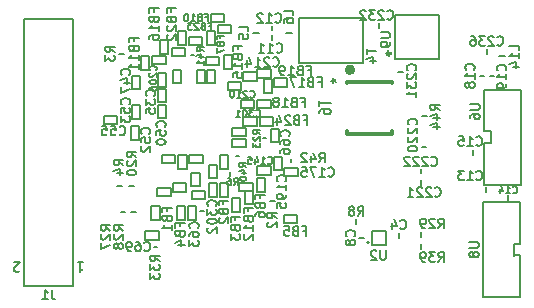
<source format=gbo>
G04 (created by PCBNEW (2013-07-07 BZR 4022)-stable) date 19/11/2015 00:50:25*
%MOIN*%
G04 Gerber Fmt 3.4, Leading zero omitted, Abs format*
%FSLAX34Y34*%
G01*
G70*
G90*
G04 APERTURE LIST*
%ADD10C,0.00590551*%
%ADD11C,0.00787402*%
%ADD12C,0.0077*%
%ADD13C,0.011811*%
%ADD14C,0.0117*%
%ADD15C,0.019685*%
%ADD16C,0.0078*%
G04 APERTURE END LIST*
G54D10*
G54D11*
X63357Y-57244D02*
X63342Y-57259D01*
X63312Y-57274D01*
X63237Y-57274D01*
X63207Y-57259D01*
X63192Y-57244D01*
X63177Y-57214D01*
X63177Y-57184D01*
X63192Y-57139D01*
X63372Y-56959D01*
X63177Y-56959D01*
X65303Y-56959D02*
X65483Y-56959D01*
X65393Y-56959D02*
X65393Y-57274D01*
X65423Y-57229D01*
X65453Y-57199D01*
X65483Y-57184D01*
X80049Y-56338D02*
X80049Y-54940D01*
X80049Y-58129D02*
X80049Y-56732D01*
X80049Y-56732D02*
X79832Y-56732D01*
X80049Y-56338D02*
X79832Y-56338D01*
X78828Y-58129D02*
X78828Y-54940D01*
X80049Y-58129D02*
X78829Y-58129D01*
X78828Y-54941D02*
X80048Y-54941D01*
X79832Y-56339D02*
X79832Y-56733D01*
G54D12*
X67184Y-54429D02*
X67028Y-54429D01*
X66733Y-55295D02*
X66889Y-55295D01*
X67087Y-55295D02*
X67243Y-55295D01*
X76732Y-56101D02*
X76732Y-55945D01*
G54D10*
X67834Y-56456D02*
X67952Y-56456D01*
G54D11*
X78848Y-52992D02*
X78848Y-54389D01*
X78848Y-51200D02*
X78848Y-52598D01*
X78848Y-52598D02*
X79064Y-52598D01*
X78848Y-52992D02*
X79064Y-52992D01*
X80068Y-51200D02*
X80068Y-54389D01*
X78847Y-51200D02*
X80067Y-51200D01*
X80068Y-54389D02*
X78848Y-54389D01*
X79064Y-52991D02*
X79064Y-52597D01*
G54D10*
X67106Y-51722D02*
X67381Y-51722D01*
X67381Y-51722D02*
X67381Y-52175D01*
X67381Y-52175D02*
X67106Y-52175D01*
X67106Y-52175D02*
X67106Y-51722D01*
X69094Y-53966D02*
X69370Y-53966D01*
X69370Y-53966D02*
X69370Y-54419D01*
X69370Y-54419D02*
X69094Y-54419D01*
X69094Y-54419D02*
X69094Y-53966D01*
X69960Y-54163D02*
X69685Y-54163D01*
X69685Y-54163D02*
X69685Y-53710D01*
X69685Y-53710D02*
X69960Y-53710D01*
X69960Y-53710D02*
X69960Y-54163D01*
X69251Y-55541D02*
X68976Y-55541D01*
X68976Y-55541D02*
X68976Y-55088D01*
X68976Y-55088D02*
X69251Y-55088D01*
X69251Y-55088D02*
X69251Y-55541D01*
X68001Y-55925D02*
X68001Y-56200D01*
X68001Y-56200D02*
X67549Y-56200D01*
X67549Y-56200D02*
X67549Y-55925D01*
X67549Y-55925D02*
X68001Y-55925D01*
X69557Y-54586D02*
X69557Y-54862D01*
X69557Y-54862D02*
X69104Y-54862D01*
X69104Y-54862D02*
X69104Y-54586D01*
X69104Y-54586D02*
X69557Y-54586D01*
X66171Y-52342D02*
X66171Y-52066D01*
X66171Y-52066D02*
X66624Y-52066D01*
X66624Y-52066D02*
X66624Y-52342D01*
X66624Y-52342D02*
X66171Y-52342D01*
X72007Y-52962D02*
X71732Y-52962D01*
X71732Y-52962D02*
X71732Y-52509D01*
X71732Y-52509D02*
X72007Y-52509D01*
X72007Y-52509D02*
X72007Y-52962D01*
X70462Y-52755D02*
X70462Y-52480D01*
X70462Y-52480D02*
X70915Y-52480D01*
X70915Y-52480D02*
X70915Y-52755D01*
X70915Y-52755D02*
X70462Y-52755D01*
X68248Y-52155D02*
X67972Y-52155D01*
X67972Y-52155D02*
X67972Y-51702D01*
X67972Y-51702D02*
X68248Y-51702D01*
X68248Y-51702D02*
X68248Y-52155D01*
X68100Y-53661D02*
X68100Y-53385D01*
X68100Y-53385D02*
X68553Y-53385D01*
X68553Y-53385D02*
X68553Y-53661D01*
X68553Y-53661D02*
X68100Y-53661D01*
X69025Y-53661D02*
X69025Y-53385D01*
X69025Y-53385D02*
X69478Y-53385D01*
X69478Y-53385D02*
X69478Y-53661D01*
X69478Y-53661D02*
X69025Y-53661D01*
X67362Y-52883D02*
X67086Y-52883D01*
X67086Y-52883D02*
X67086Y-52431D01*
X67086Y-52431D02*
X67362Y-52431D01*
X67362Y-52431D02*
X67362Y-52883D01*
X70324Y-53848D02*
X70049Y-53848D01*
X70049Y-53848D02*
X70049Y-53395D01*
X70049Y-53395D02*
X70324Y-53395D01*
X70324Y-53395D02*
X70324Y-53848D01*
X70452Y-50501D02*
X70177Y-50501D01*
X70177Y-50501D02*
X70177Y-50049D01*
X70177Y-50049D02*
X70452Y-50049D01*
X70452Y-50049D02*
X70452Y-50501D01*
X68326Y-50009D02*
X68051Y-50009D01*
X68051Y-50009D02*
X68051Y-49557D01*
X68051Y-49557D02*
X68326Y-49557D01*
X68326Y-49557D02*
X68326Y-50009D01*
X70187Y-48681D02*
X70187Y-48956D01*
X70187Y-48956D02*
X69734Y-48956D01*
X69734Y-48956D02*
X69734Y-48681D01*
X69734Y-48681D02*
X70187Y-48681D01*
X69881Y-49714D02*
X69606Y-49714D01*
X69606Y-49714D02*
X69606Y-49261D01*
X69606Y-49261D02*
X69881Y-49261D01*
X69881Y-49261D02*
X69881Y-49714D01*
X72175Y-55649D02*
X72175Y-55374D01*
X72175Y-55374D02*
X72627Y-55374D01*
X72627Y-55374D02*
X72627Y-55649D01*
X72627Y-55649D02*
X72175Y-55649D01*
X68602Y-55088D02*
X68877Y-55088D01*
X68877Y-55088D02*
X68877Y-55541D01*
X68877Y-55541D02*
X68602Y-55541D01*
X68602Y-55541D02*
X68602Y-55088D01*
X70452Y-54832D02*
X70728Y-54832D01*
X70728Y-54832D02*
X70728Y-55285D01*
X70728Y-55285D02*
X70452Y-55285D01*
X70452Y-55285D02*
X70452Y-54832D01*
X70049Y-54320D02*
X70324Y-54320D01*
X70324Y-54320D02*
X70324Y-54773D01*
X70324Y-54773D02*
X70049Y-54773D01*
X70049Y-54773D02*
X70049Y-54320D01*
X72293Y-50826D02*
X72293Y-51102D01*
X72293Y-51102D02*
X71840Y-51102D01*
X71840Y-51102D02*
X71840Y-50826D01*
X71840Y-50826D02*
X72293Y-50826D01*
X71791Y-51309D02*
X71515Y-51309D01*
X71515Y-51309D02*
X71515Y-50856D01*
X71515Y-50856D02*
X71791Y-50856D01*
X71791Y-50856D02*
X71791Y-51309D01*
X71742Y-53759D02*
X71742Y-54035D01*
X71742Y-54035D02*
X71289Y-54035D01*
X71289Y-54035D02*
X71289Y-53759D01*
X71289Y-53759D02*
X71742Y-53759D01*
X72194Y-54094D02*
X72194Y-53818D01*
X72194Y-53818D02*
X72647Y-53818D01*
X72647Y-53818D02*
X72647Y-54094D01*
X72647Y-54094D02*
X72194Y-54094D01*
X72106Y-53887D02*
X71830Y-53887D01*
X71830Y-53887D02*
X71830Y-53435D01*
X71830Y-53435D02*
X72106Y-53435D01*
X72106Y-53435D02*
X72106Y-53887D01*
X71161Y-55029D02*
X70885Y-55029D01*
X70885Y-55029D02*
X70885Y-54576D01*
X70885Y-54576D02*
X71161Y-54576D01*
X71161Y-54576D02*
X71161Y-55029D01*
X70679Y-54586D02*
X70679Y-54311D01*
X70679Y-54311D02*
X71131Y-54311D01*
X71131Y-54311D02*
X71131Y-54586D01*
X71131Y-54586D02*
X70679Y-54586D01*
X68031Y-55541D02*
X67755Y-55541D01*
X67755Y-55541D02*
X67755Y-55088D01*
X67755Y-55088D02*
X68031Y-55088D01*
X68031Y-55088D02*
X68031Y-55541D01*
X71742Y-50531D02*
X71742Y-50807D01*
X71742Y-50807D02*
X71289Y-50807D01*
X71289Y-50807D02*
X71289Y-50531D01*
X71289Y-50531D02*
X71742Y-50531D01*
X70816Y-50905D02*
X70816Y-50629D01*
X70816Y-50629D02*
X71269Y-50629D01*
X71269Y-50629D02*
X71269Y-50905D01*
X71269Y-50905D02*
X70816Y-50905D01*
X69606Y-50541D02*
X69881Y-50541D01*
X69881Y-50541D02*
X69881Y-50994D01*
X69881Y-50994D02*
X69606Y-50994D01*
X69606Y-50994D02*
X69606Y-50541D01*
X69576Y-50393D02*
X69576Y-50118D01*
X69576Y-50118D02*
X70029Y-50118D01*
X70029Y-50118D02*
X70029Y-50393D01*
X70029Y-50393D02*
X69576Y-50393D01*
X68238Y-50078D02*
X68238Y-50354D01*
X68238Y-50354D02*
X67785Y-50354D01*
X67785Y-50354D02*
X67785Y-50078D01*
X67785Y-50078D02*
X68238Y-50078D01*
X70757Y-50944D02*
X70757Y-51220D01*
X70757Y-51220D02*
X70305Y-51220D01*
X70305Y-51220D02*
X70305Y-50944D01*
X70305Y-50944D02*
X70757Y-50944D01*
X71289Y-51811D02*
X71289Y-51535D01*
X71289Y-51535D02*
X71742Y-51535D01*
X71742Y-51535D02*
X71742Y-51811D01*
X71742Y-51811D02*
X71289Y-51811D01*
X71190Y-51535D02*
X71190Y-51811D01*
X71190Y-51811D02*
X70738Y-51811D01*
X70738Y-51811D02*
X70738Y-51535D01*
X70738Y-51535D02*
X71190Y-51535D01*
X67677Y-50541D02*
X67401Y-50541D01*
X67401Y-50541D02*
X67401Y-50088D01*
X67401Y-50088D02*
X67677Y-50088D01*
X67677Y-50088D02*
X67677Y-50541D01*
X67972Y-50659D02*
X68248Y-50659D01*
X68248Y-50659D02*
X68248Y-51112D01*
X68248Y-51112D02*
X67972Y-51112D01*
X67972Y-51112D02*
X67972Y-50659D01*
X69271Y-50541D02*
X69547Y-50541D01*
X69547Y-50541D02*
X69547Y-50994D01*
X69547Y-50994D02*
X69271Y-50994D01*
X69271Y-50994D02*
X69271Y-50541D01*
X69005Y-49724D02*
X69005Y-49448D01*
X69005Y-49448D02*
X69458Y-49448D01*
X69458Y-49448D02*
X69458Y-49724D01*
X69458Y-49724D02*
X69005Y-49724D01*
X71555Y-54616D02*
X71279Y-54616D01*
X71279Y-54616D02*
X71279Y-54163D01*
X71279Y-54163D02*
X71555Y-54163D01*
X71555Y-54163D02*
X71555Y-54616D01*
X68248Y-51624D02*
X67972Y-51624D01*
X67972Y-51624D02*
X67972Y-51171D01*
X67972Y-51171D02*
X68248Y-51171D01*
X68248Y-51171D02*
X68248Y-51624D01*
X67381Y-51190D02*
X67106Y-51190D01*
X67106Y-51190D02*
X67106Y-50738D01*
X67106Y-50738D02*
X67381Y-50738D01*
X67381Y-50738D02*
X67381Y-51190D01*
X68484Y-50541D02*
X68759Y-50541D01*
X68759Y-50541D02*
X68759Y-50994D01*
X68759Y-50994D02*
X68484Y-50994D01*
X68484Y-50994D02*
X68484Y-50541D01*
X68435Y-50078D02*
X68435Y-49803D01*
X68435Y-49803D02*
X68887Y-49803D01*
X68887Y-49803D02*
X68887Y-50078D01*
X68887Y-50078D02*
X68435Y-50078D01*
X68641Y-49261D02*
X68917Y-49261D01*
X68917Y-49261D02*
X68917Y-49714D01*
X68917Y-49714D02*
X68641Y-49714D01*
X68641Y-49714D02*
X68641Y-49261D01*
X69970Y-49311D02*
X69970Y-49035D01*
X69970Y-49035D02*
X70423Y-49035D01*
X70423Y-49035D02*
X70423Y-49311D01*
X70423Y-49311D02*
X69970Y-49311D01*
X71269Y-52125D02*
X71269Y-52401D01*
X71269Y-52401D02*
X70816Y-52401D01*
X70816Y-52401D02*
X70816Y-52125D01*
X70816Y-52125D02*
X71269Y-52125D01*
X71820Y-52125D02*
X71820Y-52401D01*
X71820Y-52401D02*
X71368Y-52401D01*
X71368Y-52401D02*
X71368Y-52125D01*
X71368Y-52125D02*
X71820Y-52125D01*
X70462Y-53129D02*
X70462Y-52854D01*
X70462Y-52854D02*
X70915Y-52854D01*
X70915Y-52854D02*
X70915Y-53129D01*
X70915Y-53129D02*
X70462Y-53129D01*
X69685Y-54320D02*
X69960Y-54320D01*
X69960Y-54320D02*
X69960Y-54773D01*
X69960Y-54773D02*
X69685Y-54773D01*
X69685Y-54773D02*
X69685Y-54320D01*
X68937Y-53848D02*
X68661Y-53848D01*
X68661Y-53848D02*
X68661Y-53395D01*
X68661Y-53395D02*
X68937Y-53395D01*
X68937Y-53395D02*
X68937Y-53848D01*
X68927Y-54330D02*
X68927Y-54606D01*
X68927Y-54606D02*
X68474Y-54606D01*
X68474Y-54606D02*
X68474Y-54330D01*
X68474Y-54330D02*
X68927Y-54330D01*
X68415Y-54468D02*
X68415Y-54744D01*
X68415Y-54744D02*
X67962Y-54744D01*
X67962Y-54744D02*
X67962Y-54468D01*
X67962Y-54468D02*
X68415Y-54468D01*
G54D12*
X76948Y-52086D02*
X76792Y-52086D01*
X75334Y-49133D02*
X75334Y-48977D01*
X76732Y-54213D02*
X76732Y-54369D01*
X76928Y-53129D02*
X76772Y-53129D01*
G54D10*
X71594Y-52814D02*
X71476Y-52814D01*
G54D12*
X66849Y-50000D02*
X66693Y-50000D01*
G54D10*
X69507Y-55236D02*
X69389Y-55236D01*
G54D12*
X71713Y-54921D02*
X71869Y-54921D01*
X66770Y-54429D02*
X66614Y-54429D01*
G54D10*
X70374Y-54074D02*
X70374Y-53956D01*
G54D12*
X79645Y-54725D02*
X79645Y-54881D01*
X78464Y-53229D02*
X78464Y-53385D01*
X78897Y-54449D02*
X78897Y-54605D01*
G54D10*
X69074Y-50039D02*
X69192Y-50039D01*
X72421Y-53622D02*
X72421Y-53503D01*
X70570Y-53425D02*
X70688Y-53425D01*
G54D12*
X76732Y-56515D02*
X76732Y-56359D01*
X78937Y-49999D02*
X78937Y-49843D01*
X76140Y-50629D02*
X75984Y-50629D01*
X76732Y-53839D02*
X76732Y-53995D01*
G54D13*
X75724Y-50000D02*
G75*
G03X75724Y-50000I-55J0D01*
G74*
G01*
G54D11*
X75866Y-50196D02*
X75866Y-48700D01*
X75866Y-48700D02*
X77362Y-48700D01*
X77362Y-48700D02*
X77362Y-50196D01*
X77362Y-50196D02*
X75866Y-50196D01*
G54D14*
X75775Y-50933D02*
X75775Y-50995D01*
X74275Y-50995D02*
X74275Y-50933D01*
X74275Y-52667D02*
X74275Y-52589D01*
X74275Y-52667D02*
X75775Y-52667D01*
X75775Y-52667D02*
X75775Y-52589D01*
X74275Y-50933D02*
X75775Y-50933D01*
G54D11*
X63503Y-48858D02*
X63503Y-57755D01*
X65157Y-57755D02*
X65157Y-48858D01*
X65157Y-48858D02*
X63503Y-48858D01*
X65157Y-57755D02*
X63503Y-57755D01*
G54D15*
X74458Y-50541D02*
G75*
G03X74458Y-50541I-78J0D01*
G74*
G01*
G54D11*
X74812Y-48809D02*
X72687Y-48809D01*
X74812Y-50305D02*
X72687Y-50305D01*
X74812Y-50305D02*
X74812Y-48809D01*
X72687Y-48809D02*
X72687Y-50305D01*
G54D12*
X71791Y-49546D02*
X71791Y-49390D01*
X71791Y-49231D02*
X71791Y-49075D01*
X71338Y-49311D02*
X71142Y-49311D01*
X72440Y-49311D02*
X72244Y-49311D01*
X79036Y-50748D02*
X79192Y-50748D01*
X78701Y-50748D02*
X78857Y-50748D01*
X79546Y-50098D02*
X79350Y-50098D01*
X76003Y-56140D02*
X76003Y-55984D01*
X74685Y-56141D02*
X74841Y-56141D01*
X74586Y-55688D02*
X74586Y-55532D01*
G54D11*
X75019Y-56299D02*
G75*
G03X75019Y-56299I-39J0D01*
G74*
G01*
X75098Y-56377D02*
X75570Y-56377D01*
X75570Y-56377D02*
X75570Y-55905D01*
X75570Y-55905D02*
X75098Y-55905D01*
X75098Y-55905D02*
X75098Y-56377D01*
X78355Y-56295D02*
X78610Y-56295D01*
X78640Y-56310D01*
X78655Y-56325D01*
X78670Y-56355D01*
X78670Y-56415D01*
X78655Y-56445D01*
X78640Y-56460D01*
X78610Y-56475D01*
X78355Y-56475D01*
X78490Y-56670D02*
X78475Y-56640D01*
X78460Y-56625D01*
X78430Y-56610D01*
X78415Y-56610D01*
X78385Y-56625D01*
X78370Y-56640D01*
X78355Y-56670D01*
X78355Y-56730D01*
X78370Y-56760D01*
X78385Y-56775D01*
X78415Y-56790D01*
X78430Y-56790D01*
X78460Y-56775D01*
X78475Y-56760D01*
X78490Y-56730D01*
X78490Y-56670D01*
X78505Y-56640D01*
X78520Y-56625D01*
X78550Y-56610D01*
X78610Y-56610D01*
X78640Y-56625D01*
X78655Y-56640D01*
X78670Y-56670D01*
X78670Y-56730D01*
X78655Y-56760D01*
X78640Y-56775D01*
X78610Y-56790D01*
X78550Y-56790D01*
X78520Y-56775D01*
X78505Y-56760D01*
X78490Y-56730D01*
X67253Y-53458D02*
X67103Y-53353D01*
X67253Y-53278D02*
X66938Y-53278D01*
X66938Y-53398D01*
X66953Y-53428D01*
X66968Y-53443D01*
X66998Y-53458D01*
X67043Y-53458D01*
X67073Y-53443D01*
X67088Y-53428D01*
X67103Y-53398D01*
X67103Y-53278D01*
X66968Y-53578D02*
X66953Y-53593D01*
X66938Y-53623D01*
X66938Y-53698D01*
X66953Y-53728D01*
X66968Y-53743D01*
X66998Y-53758D01*
X67028Y-53758D01*
X67073Y-53743D01*
X67253Y-53563D01*
X67253Y-53758D01*
X66938Y-53953D02*
X66938Y-53983D01*
X66953Y-54013D01*
X66968Y-54028D01*
X66998Y-54043D01*
X67058Y-54058D01*
X67133Y-54058D01*
X67193Y-54043D01*
X67223Y-54028D01*
X67238Y-54013D01*
X67253Y-53983D01*
X67253Y-53953D01*
X67238Y-53923D01*
X67223Y-53908D01*
X67193Y-53893D01*
X67133Y-53878D01*
X67058Y-53878D01*
X66998Y-53893D01*
X66968Y-53908D01*
X66953Y-53923D01*
X66938Y-53953D01*
X66387Y-55899D02*
X66237Y-55794D01*
X66387Y-55719D02*
X66072Y-55719D01*
X66072Y-55839D01*
X66087Y-55869D01*
X66102Y-55884D01*
X66132Y-55899D01*
X66177Y-55899D01*
X66207Y-55884D01*
X66222Y-55869D01*
X66237Y-55839D01*
X66237Y-55719D01*
X66102Y-56019D02*
X66087Y-56034D01*
X66072Y-56064D01*
X66072Y-56139D01*
X66087Y-56169D01*
X66102Y-56184D01*
X66132Y-56199D01*
X66162Y-56199D01*
X66207Y-56184D01*
X66387Y-56004D01*
X66387Y-56199D01*
X66072Y-56304D02*
X66072Y-56514D01*
X66387Y-56379D01*
X66820Y-55899D02*
X66670Y-55794D01*
X66820Y-55719D02*
X66505Y-55719D01*
X66505Y-55839D01*
X66520Y-55869D01*
X66535Y-55884D01*
X66565Y-55899D01*
X66610Y-55899D01*
X66640Y-55884D01*
X66655Y-55869D01*
X66670Y-55839D01*
X66670Y-55719D01*
X66535Y-56019D02*
X66520Y-56034D01*
X66505Y-56064D01*
X66505Y-56139D01*
X66520Y-56169D01*
X66535Y-56184D01*
X66565Y-56199D01*
X66595Y-56199D01*
X66640Y-56184D01*
X66820Y-56004D01*
X66820Y-56199D01*
X66640Y-56379D02*
X66625Y-56349D01*
X66610Y-56334D01*
X66580Y-56319D01*
X66565Y-56319D01*
X66535Y-56334D01*
X66520Y-56349D01*
X66505Y-56379D01*
X66505Y-56439D01*
X66520Y-56469D01*
X66535Y-56484D01*
X66565Y-56499D01*
X66580Y-56499D01*
X66610Y-56484D01*
X66625Y-56469D01*
X66640Y-56439D01*
X66640Y-56379D01*
X66655Y-56349D01*
X66670Y-56334D01*
X66700Y-56319D01*
X66760Y-56319D01*
X66790Y-56334D01*
X66805Y-56349D01*
X66820Y-56379D01*
X66820Y-56439D01*
X66805Y-56469D01*
X66790Y-56484D01*
X66760Y-56499D01*
X66700Y-56499D01*
X66670Y-56484D01*
X66655Y-56469D01*
X66640Y-56439D01*
X77328Y-55816D02*
X77433Y-55666D01*
X77508Y-55816D02*
X77508Y-55501D01*
X77388Y-55501D01*
X77358Y-55516D01*
X77343Y-55531D01*
X77328Y-55561D01*
X77328Y-55606D01*
X77343Y-55636D01*
X77358Y-55651D01*
X77388Y-55666D01*
X77508Y-55666D01*
X77208Y-55531D02*
X77193Y-55516D01*
X77163Y-55501D01*
X77088Y-55501D01*
X77058Y-55516D01*
X77043Y-55531D01*
X77028Y-55561D01*
X77028Y-55591D01*
X77043Y-55636D01*
X77223Y-55816D01*
X77028Y-55816D01*
X76878Y-55816D02*
X76818Y-55816D01*
X76788Y-55801D01*
X76773Y-55786D01*
X76743Y-55741D01*
X76728Y-55681D01*
X76728Y-55561D01*
X76743Y-55531D01*
X76758Y-55516D01*
X76788Y-55501D01*
X76848Y-55501D01*
X76878Y-55516D01*
X76893Y-55531D01*
X76908Y-55561D01*
X76908Y-55636D01*
X76893Y-55666D01*
X76878Y-55681D01*
X76848Y-55696D01*
X76788Y-55696D01*
X76758Y-55681D01*
X76743Y-55666D01*
X76728Y-55636D01*
X68040Y-56923D02*
X67890Y-56818D01*
X68040Y-56743D02*
X67725Y-56743D01*
X67725Y-56863D01*
X67740Y-56893D01*
X67755Y-56908D01*
X67785Y-56923D01*
X67830Y-56923D01*
X67860Y-56908D01*
X67875Y-56893D01*
X67890Y-56863D01*
X67890Y-56743D01*
X67725Y-57028D02*
X67725Y-57223D01*
X67845Y-57118D01*
X67845Y-57163D01*
X67860Y-57193D01*
X67875Y-57208D01*
X67905Y-57223D01*
X67980Y-57223D01*
X68010Y-57208D01*
X68025Y-57193D01*
X68040Y-57163D01*
X68040Y-57073D01*
X68025Y-57043D01*
X68010Y-57028D01*
X67725Y-57328D02*
X67725Y-57523D01*
X67845Y-57418D01*
X67845Y-57463D01*
X67860Y-57493D01*
X67875Y-57508D01*
X67905Y-57523D01*
X67980Y-57523D01*
X68010Y-57508D01*
X68025Y-57493D01*
X68040Y-57463D01*
X68040Y-57373D01*
X68025Y-57343D01*
X68010Y-57328D01*
X78395Y-51689D02*
X78650Y-51689D01*
X78680Y-51704D01*
X78695Y-51719D01*
X78710Y-51749D01*
X78710Y-51809D01*
X78695Y-51839D01*
X78680Y-51854D01*
X78650Y-51869D01*
X78395Y-51869D01*
X78395Y-52154D02*
X78395Y-52094D01*
X78410Y-52064D01*
X78425Y-52049D01*
X78470Y-52019D01*
X78530Y-52004D01*
X78650Y-52004D01*
X78680Y-52019D01*
X78695Y-52034D01*
X78710Y-52064D01*
X78710Y-52124D01*
X78695Y-52154D01*
X78680Y-52169D01*
X78650Y-52184D01*
X78575Y-52184D01*
X78545Y-52169D01*
X78530Y-52154D01*
X78515Y-52124D01*
X78515Y-52064D01*
X78530Y-52034D01*
X78545Y-52019D01*
X78575Y-52004D01*
X67026Y-51687D02*
X67041Y-51672D01*
X67056Y-51627D01*
X67056Y-51597D01*
X67041Y-51552D01*
X67011Y-51522D01*
X66981Y-51507D01*
X66921Y-51492D01*
X66876Y-51492D01*
X66816Y-51507D01*
X66786Y-51522D01*
X66756Y-51552D01*
X66741Y-51597D01*
X66741Y-51627D01*
X66756Y-51672D01*
X66771Y-51687D01*
X66741Y-51972D02*
X66741Y-51822D01*
X66891Y-51807D01*
X66876Y-51822D01*
X66861Y-51852D01*
X66861Y-51927D01*
X66876Y-51957D01*
X66891Y-51972D01*
X66921Y-51987D01*
X66996Y-51987D01*
X67026Y-51972D01*
X67041Y-51957D01*
X67056Y-51927D01*
X67056Y-51852D01*
X67041Y-51822D01*
X67026Y-51807D01*
X66741Y-52092D02*
X66741Y-52287D01*
X66861Y-52182D01*
X66861Y-52227D01*
X66876Y-52257D01*
X66891Y-52272D01*
X66921Y-52287D01*
X66996Y-52287D01*
X67026Y-52272D01*
X67041Y-52257D01*
X67056Y-52227D01*
X67056Y-52137D01*
X67041Y-52107D01*
X67026Y-52092D01*
X69310Y-55821D02*
X69325Y-55806D01*
X69340Y-55761D01*
X69340Y-55731D01*
X69325Y-55686D01*
X69295Y-55656D01*
X69265Y-55641D01*
X69205Y-55626D01*
X69160Y-55626D01*
X69100Y-55641D01*
X69070Y-55656D01*
X69040Y-55686D01*
X69025Y-55731D01*
X69025Y-55761D01*
X69040Y-55806D01*
X69055Y-55821D01*
X69025Y-56091D02*
X69025Y-56031D01*
X69040Y-56001D01*
X69055Y-55986D01*
X69100Y-55956D01*
X69160Y-55941D01*
X69280Y-55941D01*
X69310Y-55956D01*
X69325Y-55971D01*
X69340Y-56001D01*
X69340Y-56061D01*
X69325Y-56091D01*
X69310Y-56106D01*
X69280Y-56121D01*
X69205Y-56121D01*
X69175Y-56106D01*
X69160Y-56091D01*
X69145Y-56061D01*
X69145Y-56001D01*
X69160Y-55971D01*
X69175Y-55956D01*
X69205Y-55941D01*
X69025Y-56226D02*
X69025Y-56421D01*
X69145Y-56316D01*
X69145Y-56361D01*
X69160Y-56391D01*
X69175Y-56406D01*
X69205Y-56421D01*
X69280Y-56421D01*
X69310Y-56406D01*
X69325Y-56391D01*
X69340Y-56361D01*
X69340Y-56271D01*
X69325Y-56241D01*
X69310Y-56226D01*
X67525Y-56554D02*
X67540Y-56569D01*
X67585Y-56584D01*
X67615Y-56584D01*
X67660Y-56569D01*
X67690Y-56539D01*
X67705Y-56509D01*
X67720Y-56449D01*
X67720Y-56404D01*
X67705Y-56344D01*
X67690Y-56314D01*
X67660Y-56284D01*
X67615Y-56269D01*
X67585Y-56269D01*
X67540Y-56284D01*
X67525Y-56299D01*
X67255Y-56269D02*
X67315Y-56269D01*
X67345Y-56284D01*
X67360Y-56299D01*
X67390Y-56344D01*
X67405Y-56404D01*
X67405Y-56524D01*
X67390Y-56554D01*
X67375Y-56569D01*
X67345Y-56584D01*
X67285Y-56584D01*
X67255Y-56569D01*
X67240Y-56554D01*
X67225Y-56524D01*
X67225Y-56449D01*
X67240Y-56419D01*
X67255Y-56404D01*
X67285Y-56389D01*
X67345Y-56389D01*
X67375Y-56404D01*
X67390Y-56419D01*
X67405Y-56449D01*
X67075Y-56584D02*
X67015Y-56584D01*
X66985Y-56569D01*
X66970Y-56554D01*
X66940Y-56509D01*
X66925Y-56449D01*
X66925Y-56329D01*
X66940Y-56299D01*
X66955Y-56284D01*
X66985Y-56269D01*
X67045Y-56269D01*
X67075Y-56284D01*
X67090Y-56299D01*
X67105Y-56329D01*
X67105Y-56404D01*
X67090Y-56434D01*
X67075Y-56449D01*
X67045Y-56464D01*
X66985Y-56464D01*
X66955Y-56449D01*
X66940Y-56434D01*
X66925Y-56404D01*
X66698Y-52695D02*
X66713Y-52710D01*
X66758Y-52725D01*
X66788Y-52725D01*
X66833Y-52710D01*
X66863Y-52680D01*
X66878Y-52650D01*
X66893Y-52590D01*
X66893Y-52545D01*
X66878Y-52485D01*
X66863Y-52455D01*
X66833Y-52425D01*
X66788Y-52410D01*
X66758Y-52410D01*
X66713Y-52425D01*
X66698Y-52440D01*
X66413Y-52410D02*
X66563Y-52410D01*
X66578Y-52560D01*
X66563Y-52545D01*
X66533Y-52530D01*
X66458Y-52530D01*
X66428Y-52545D01*
X66413Y-52560D01*
X66398Y-52590D01*
X66398Y-52665D01*
X66413Y-52695D01*
X66428Y-52710D01*
X66458Y-52725D01*
X66533Y-52725D01*
X66563Y-52710D01*
X66578Y-52695D01*
X66113Y-52410D02*
X66263Y-52410D01*
X66278Y-52560D01*
X66263Y-52545D01*
X66233Y-52530D01*
X66158Y-52530D01*
X66128Y-52545D01*
X66113Y-52560D01*
X66098Y-52590D01*
X66098Y-52665D01*
X66113Y-52695D01*
X66128Y-52710D01*
X66158Y-52725D01*
X66233Y-52725D01*
X66263Y-52710D01*
X66278Y-52695D01*
X72341Y-52750D02*
X72356Y-52735D01*
X72371Y-52690D01*
X72371Y-52660D01*
X72356Y-52615D01*
X72326Y-52585D01*
X72296Y-52570D01*
X72236Y-52555D01*
X72191Y-52555D01*
X72131Y-52570D01*
X72101Y-52585D01*
X72071Y-52615D01*
X72056Y-52660D01*
X72056Y-52690D01*
X72071Y-52735D01*
X72086Y-52750D01*
X72056Y-53020D02*
X72056Y-52960D01*
X72071Y-52930D01*
X72086Y-52915D01*
X72131Y-52885D01*
X72191Y-52870D01*
X72311Y-52870D01*
X72341Y-52885D01*
X72356Y-52900D01*
X72371Y-52930D01*
X72371Y-52990D01*
X72356Y-53020D01*
X72341Y-53035D01*
X72311Y-53050D01*
X72236Y-53050D01*
X72206Y-53035D01*
X72191Y-53020D01*
X72176Y-52990D01*
X72176Y-52930D01*
X72191Y-52900D01*
X72206Y-52885D01*
X72236Y-52870D01*
X72056Y-53320D02*
X72056Y-53260D01*
X72071Y-53230D01*
X72086Y-53215D01*
X72131Y-53185D01*
X72191Y-53170D01*
X72311Y-53170D01*
X72341Y-53185D01*
X72356Y-53200D01*
X72371Y-53230D01*
X72371Y-53290D01*
X72356Y-53320D01*
X72341Y-53335D01*
X72311Y-53350D01*
X72236Y-53350D01*
X72206Y-53335D01*
X72191Y-53320D01*
X72176Y-53290D01*
X72176Y-53230D01*
X72191Y-53200D01*
X72206Y-53185D01*
X72236Y-53170D01*
X68207Y-52435D02*
X68222Y-52420D01*
X68237Y-52375D01*
X68237Y-52345D01*
X68222Y-52300D01*
X68192Y-52270D01*
X68162Y-52255D01*
X68102Y-52240D01*
X68057Y-52240D01*
X67997Y-52255D01*
X67967Y-52270D01*
X67937Y-52300D01*
X67922Y-52345D01*
X67922Y-52375D01*
X67937Y-52420D01*
X67952Y-52435D01*
X67922Y-52720D02*
X67922Y-52570D01*
X68072Y-52555D01*
X68057Y-52570D01*
X68042Y-52600D01*
X68042Y-52675D01*
X68057Y-52705D01*
X68072Y-52720D01*
X68102Y-52735D01*
X68177Y-52735D01*
X68207Y-52720D01*
X68222Y-52705D01*
X68237Y-52675D01*
X68237Y-52600D01*
X68222Y-52570D01*
X68207Y-52555D01*
X67922Y-52930D02*
X67922Y-52960D01*
X67937Y-52990D01*
X67952Y-53005D01*
X67982Y-53020D01*
X68042Y-53035D01*
X68117Y-53035D01*
X68177Y-53020D01*
X68207Y-53005D01*
X68222Y-52990D01*
X68237Y-52960D01*
X68237Y-52930D01*
X68222Y-52900D01*
X68207Y-52885D01*
X68177Y-52870D01*
X68117Y-52855D01*
X68042Y-52855D01*
X67982Y-52870D01*
X67952Y-52885D01*
X67937Y-52900D01*
X67922Y-52930D01*
X67695Y-52671D02*
X67710Y-52656D01*
X67725Y-52611D01*
X67725Y-52581D01*
X67710Y-52536D01*
X67680Y-52506D01*
X67650Y-52491D01*
X67590Y-52476D01*
X67545Y-52476D01*
X67485Y-52491D01*
X67455Y-52506D01*
X67425Y-52536D01*
X67410Y-52581D01*
X67410Y-52611D01*
X67425Y-52656D01*
X67440Y-52671D01*
X67410Y-52956D02*
X67410Y-52806D01*
X67560Y-52791D01*
X67545Y-52806D01*
X67530Y-52836D01*
X67530Y-52911D01*
X67545Y-52941D01*
X67560Y-52956D01*
X67590Y-52971D01*
X67665Y-52971D01*
X67695Y-52956D01*
X67710Y-52941D01*
X67725Y-52911D01*
X67725Y-52836D01*
X67710Y-52806D01*
X67695Y-52791D01*
X67440Y-53091D02*
X67425Y-53106D01*
X67410Y-53136D01*
X67410Y-53211D01*
X67425Y-53241D01*
X67440Y-53256D01*
X67470Y-53271D01*
X67500Y-53271D01*
X67545Y-53256D01*
X67725Y-53076D01*
X67725Y-53271D01*
X70631Y-49863D02*
X70631Y-49758D01*
X70796Y-49758D02*
X70481Y-49758D01*
X70481Y-49908D01*
X70631Y-50133D02*
X70646Y-50178D01*
X70661Y-50193D01*
X70691Y-50208D01*
X70736Y-50208D01*
X70766Y-50193D01*
X70781Y-50178D01*
X70796Y-50148D01*
X70796Y-50028D01*
X70481Y-50028D01*
X70481Y-50133D01*
X70496Y-50163D01*
X70511Y-50178D01*
X70541Y-50193D01*
X70571Y-50193D01*
X70601Y-50178D01*
X70616Y-50163D01*
X70631Y-50133D01*
X70631Y-50028D01*
X70796Y-50508D02*
X70796Y-50328D01*
X70796Y-50418D02*
X70481Y-50418D01*
X70526Y-50388D01*
X70556Y-50358D01*
X70571Y-50328D01*
X70481Y-50793D02*
X70481Y-50643D01*
X70631Y-50628D01*
X70616Y-50643D01*
X70601Y-50673D01*
X70601Y-50748D01*
X70616Y-50778D01*
X70631Y-50793D01*
X70661Y-50808D01*
X70736Y-50808D01*
X70766Y-50793D01*
X70781Y-50778D01*
X70796Y-50748D01*
X70796Y-50673D01*
X70781Y-50643D01*
X70766Y-50628D01*
X67836Y-48603D02*
X67836Y-48498D01*
X68001Y-48498D02*
X67686Y-48498D01*
X67686Y-48648D01*
X67836Y-48873D02*
X67851Y-48918D01*
X67866Y-48933D01*
X67896Y-48948D01*
X67941Y-48948D01*
X67971Y-48933D01*
X67986Y-48918D01*
X68001Y-48888D01*
X68001Y-48768D01*
X67686Y-48768D01*
X67686Y-48873D01*
X67701Y-48903D01*
X67716Y-48918D01*
X67746Y-48933D01*
X67776Y-48933D01*
X67806Y-48918D01*
X67821Y-48903D01*
X67836Y-48873D01*
X67836Y-48768D01*
X68001Y-49248D02*
X68001Y-49068D01*
X68001Y-49158D02*
X67686Y-49158D01*
X67731Y-49128D01*
X67761Y-49098D01*
X67776Y-49068D01*
X67686Y-49518D02*
X67686Y-49458D01*
X67701Y-49428D01*
X67716Y-49413D01*
X67761Y-49383D01*
X67821Y-49368D01*
X67941Y-49368D01*
X67971Y-49383D01*
X67986Y-49398D01*
X68001Y-49428D01*
X68001Y-49488D01*
X67986Y-49518D01*
X67971Y-49533D01*
X67941Y-49548D01*
X67866Y-49548D01*
X67836Y-49533D01*
X67821Y-49518D01*
X67806Y-49488D01*
X67806Y-49428D01*
X67821Y-49398D01*
X67836Y-49383D01*
X67866Y-49368D01*
G54D10*
X69561Y-48790D02*
X69640Y-48790D01*
X69640Y-48914D02*
X69640Y-48678D01*
X69527Y-48678D01*
X69358Y-48790D02*
X69325Y-48802D01*
X69313Y-48813D01*
X69302Y-48835D01*
X69302Y-48869D01*
X69313Y-48892D01*
X69325Y-48903D01*
X69347Y-48914D01*
X69437Y-48914D01*
X69437Y-48678D01*
X69358Y-48678D01*
X69336Y-48689D01*
X69325Y-48700D01*
X69313Y-48723D01*
X69313Y-48745D01*
X69325Y-48768D01*
X69336Y-48779D01*
X69358Y-48790D01*
X69437Y-48790D01*
X69077Y-48914D02*
X69212Y-48914D01*
X69145Y-48914D02*
X69145Y-48678D01*
X69167Y-48712D01*
X69190Y-48734D01*
X69212Y-48745D01*
X68931Y-48678D02*
X68908Y-48678D01*
X68886Y-48689D01*
X68875Y-48700D01*
X68863Y-48723D01*
X68852Y-48768D01*
X68852Y-48824D01*
X68863Y-48869D01*
X68875Y-48892D01*
X68886Y-48903D01*
X68908Y-48914D01*
X68931Y-48914D01*
X68953Y-48903D01*
X68965Y-48892D01*
X68976Y-48869D01*
X68987Y-48824D01*
X68987Y-48768D01*
X68976Y-48723D01*
X68965Y-48700D01*
X68953Y-48689D01*
X68931Y-48678D01*
X70050Y-49488D02*
X70050Y-49409D01*
X70174Y-49409D02*
X69938Y-49409D01*
X69938Y-49521D01*
X70050Y-49690D02*
X70061Y-49724D01*
X70073Y-49735D01*
X70095Y-49746D01*
X70129Y-49746D01*
X70151Y-49735D01*
X70163Y-49724D01*
X70174Y-49701D01*
X70174Y-49611D01*
X69938Y-49611D01*
X69938Y-49690D01*
X69949Y-49713D01*
X69960Y-49724D01*
X69983Y-49735D01*
X70005Y-49735D01*
X70028Y-49724D01*
X70039Y-49713D01*
X70050Y-49690D01*
X70050Y-49611D01*
X69938Y-49825D02*
X69938Y-49983D01*
X70174Y-49881D01*
G54D11*
X72821Y-55907D02*
X72926Y-55907D01*
X72926Y-56072D02*
X72926Y-55757D01*
X72776Y-55757D01*
X72551Y-55907D02*
X72506Y-55922D01*
X72491Y-55937D01*
X72476Y-55967D01*
X72476Y-56012D01*
X72491Y-56042D01*
X72506Y-56057D01*
X72536Y-56072D01*
X72656Y-56072D01*
X72656Y-55757D01*
X72551Y-55757D01*
X72521Y-55772D01*
X72506Y-55787D01*
X72491Y-55817D01*
X72491Y-55847D01*
X72506Y-55877D01*
X72521Y-55892D01*
X72551Y-55907D01*
X72656Y-55907D01*
X72191Y-55757D02*
X72341Y-55757D01*
X72356Y-55907D01*
X72341Y-55892D01*
X72311Y-55877D01*
X72236Y-55877D01*
X72206Y-55892D01*
X72191Y-55907D01*
X72176Y-55937D01*
X72176Y-56012D01*
X72191Y-56042D01*
X72206Y-56057D01*
X72236Y-56072D01*
X72311Y-56072D01*
X72341Y-56057D01*
X72356Y-56042D01*
X68702Y-55761D02*
X68702Y-55656D01*
X68867Y-55656D02*
X68552Y-55656D01*
X68552Y-55806D01*
X68702Y-56031D02*
X68717Y-56076D01*
X68732Y-56091D01*
X68762Y-56106D01*
X68807Y-56106D01*
X68837Y-56091D01*
X68852Y-56076D01*
X68867Y-56046D01*
X68867Y-55926D01*
X68552Y-55926D01*
X68552Y-56031D01*
X68567Y-56061D01*
X68582Y-56076D01*
X68612Y-56091D01*
X68642Y-56091D01*
X68672Y-56076D01*
X68687Y-56061D01*
X68702Y-56031D01*
X68702Y-55926D01*
X68657Y-56376D02*
X68867Y-56376D01*
X68537Y-56301D02*
X68762Y-56226D01*
X68762Y-56421D01*
X70553Y-55564D02*
X70553Y-55459D01*
X70718Y-55459D02*
X70403Y-55459D01*
X70403Y-55609D01*
X70553Y-55834D02*
X70568Y-55879D01*
X70583Y-55894D01*
X70613Y-55909D01*
X70658Y-55909D01*
X70688Y-55894D01*
X70703Y-55879D01*
X70718Y-55849D01*
X70718Y-55729D01*
X70403Y-55729D01*
X70403Y-55834D01*
X70418Y-55864D01*
X70433Y-55879D01*
X70463Y-55894D01*
X70493Y-55894D01*
X70523Y-55879D01*
X70538Y-55864D01*
X70553Y-55834D01*
X70553Y-55729D01*
X70403Y-56014D02*
X70403Y-56209D01*
X70523Y-56104D01*
X70523Y-56149D01*
X70538Y-56179D01*
X70553Y-56194D01*
X70583Y-56209D01*
X70658Y-56209D01*
X70688Y-56194D01*
X70703Y-56179D01*
X70718Y-56149D01*
X70718Y-56059D01*
X70703Y-56029D01*
X70688Y-56014D01*
X70159Y-55013D02*
X70159Y-54908D01*
X70324Y-54908D02*
X70009Y-54908D01*
X70009Y-55058D01*
X70159Y-55283D02*
X70174Y-55328D01*
X70189Y-55343D01*
X70219Y-55358D01*
X70264Y-55358D01*
X70294Y-55343D01*
X70309Y-55328D01*
X70324Y-55298D01*
X70324Y-55178D01*
X70009Y-55178D01*
X70009Y-55283D01*
X70024Y-55313D01*
X70039Y-55328D01*
X70069Y-55343D01*
X70099Y-55343D01*
X70129Y-55328D01*
X70144Y-55313D01*
X70159Y-55283D01*
X70159Y-55178D01*
X70039Y-55478D02*
X70024Y-55493D01*
X70009Y-55523D01*
X70009Y-55598D01*
X70024Y-55628D01*
X70039Y-55643D01*
X70069Y-55658D01*
X70099Y-55658D01*
X70144Y-55643D01*
X70324Y-55463D01*
X70324Y-55658D01*
X73325Y-50946D02*
X73430Y-50946D01*
X73430Y-51111D02*
X73430Y-50796D01*
X73280Y-50796D01*
X73055Y-50946D02*
X73010Y-50961D01*
X72995Y-50976D01*
X72980Y-51006D01*
X72980Y-51051D01*
X72995Y-51081D01*
X73010Y-51096D01*
X73040Y-51111D01*
X73160Y-51111D01*
X73160Y-50796D01*
X73055Y-50796D01*
X73025Y-50811D01*
X73010Y-50826D01*
X72995Y-50856D01*
X72995Y-50886D01*
X73010Y-50916D01*
X73025Y-50931D01*
X73055Y-50946D01*
X73160Y-50946D01*
X72680Y-51111D02*
X72860Y-51111D01*
X72770Y-51111D02*
X72770Y-50796D01*
X72800Y-50841D01*
X72830Y-50871D01*
X72860Y-50886D01*
X72575Y-50796D02*
X72365Y-50796D01*
X72500Y-51111D01*
G54D10*
X71642Y-53655D02*
X71653Y-53667D01*
X71687Y-53678D01*
X71709Y-53678D01*
X71743Y-53667D01*
X71766Y-53644D01*
X71777Y-53622D01*
X71788Y-53577D01*
X71788Y-53543D01*
X71777Y-53498D01*
X71766Y-53475D01*
X71743Y-53453D01*
X71709Y-53442D01*
X71687Y-53442D01*
X71653Y-53453D01*
X71642Y-53464D01*
X71417Y-53678D02*
X71552Y-53678D01*
X71484Y-53678D02*
X71484Y-53442D01*
X71507Y-53475D01*
X71529Y-53498D01*
X71552Y-53509D01*
X71214Y-53520D02*
X71214Y-53678D01*
X71271Y-53430D02*
X71327Y-53599D01*
X71181Y-53599D01*
X70978Y-53442D02*
X71091Y-53442D01*
X71102Y-53554D01*
X71091Y-53543D01*
X71068Y-53532D01*
X71012Y-53532D01*
X70989Y-53543D01*
X70978Y-53554D01*
X70967Y-53577D01*
X70967Y-53633D01*
X70978Y-53655D01*
X70989Y-53667D01*
X71012Y-53678D01*
X71068Y-53678D01*
X71091Y-53667D01*
X71102Y-53655D01*
G54D11*
X73659Y-54073D02*
X73674Y-54088D01*
X73719Y-54103D01*
X73749Y-54103D01*
X73794Y-54088D01*
X73824Y-54058D01*
X73839Y-54028D01*
X73854Y-53968D01*
X73854Y-53923D01*
X73839Y-53863D01*
X73824Y-53833D01*
X73794Y-53803D01*
X73749Y-53788D01*
X73719Y-53788D01*
X73674Y-53803D01*
X73659Y-53818D01*
X73359Y-54103D02*
X73539Y-54103D01*
X73449Y-54103D02*
X73449Y-53788D01*
X73479Y-53833D01*
X73509Y-53863D01*
X73539Y-53878D01*
X73254Y-53788D02*
X73044Y-53788D01*
X73179Y-54103D01*
X72774Y-53788D02*
X72924Y-53788D01*
X72939Y-53938D01*
X72924Y-53923D01*
X72894Y-53908D01*
X72819Y-53908D01*
X72789Y-53923D01*
X72774Y-53938D01*
X72759Y-53968D01*
X72759Y-54043D01*
X72774Y-54073D01*
X72789Y-54088D01*
X72819Y-54103D01*
X72894Y-54103D01*
X72924Y-54088D01*
X72939Y-54073D01*
X72223Y-54253D02*
X72238Y-54238D01*
X72253Y-54193D01*
X72253Y-54163D01*
X72238Y-54118D01*
X72208Y-54088D01*
X72178Y-54073D01*
X72118Y-54058D01*
X72073Y-54058D01*
X72013Y-54073D01*
X71983Y-54088D01*
X71953Y-54118D01*
X71938Y-54163D01*
X71938Y-54193D01*
X71953Y-54238D01*
X71968Y-54253D01*
X72253Y-54553D02*
X72253Y-54373D01*
X72253Y-54463D02*
X71938Y-54463D01*
X71983Y-54433D01*
X72013Y-54403D01*
X72028Y-54373D01*
X72253Y-54703D02*
X72253Y-54763D01*
X72238Y-54793D01*
X72223Y-54808D01*
X72178Y-54838D01*
X72118Y-54853D01*
X71998Y-54853D01*
X71968Y-54838D01*
X71953Y-54823D01*
X71938Y-54793D01*
X71938Y-54733D01*
X71953Y-54703D01*
X71968Y-54688D01*
X71998Y-54673D01*
X72073Y-54673D01*
X72103Y-54688D01*
X72118Y-54703D01*
X72133Y-54733D01*
X72133Y-54793D01*
X72118Y-54823D01*
X72103Y-54838D01*
X72073Y-54853D01*
X71938Y-55138D02*
X71938Y-54988D01*
X72088Y-54973D01*
X72073Y-54988D01*
X72058Y-55018D01*
X72058Y-55093D01*
X72073Y-55123D01*
X72088Y-55138D01*
X72118Y-55153D01*
X72193Y-55153D01*
X72223Y-55138D01*
X72238Y-55123D01*
X72253Y-55093D01*
X72253Y-55018D01*
X72238Y-54988D01*
X72223Y-54973D01*
X70986Y-55256D02*
X70986Y-55151D01*
X71151Y-55151D02*
X70836Y-55151D01*
X70836Y-55301D01*
X70986Y-55526D02*
X71001Y-55571D01*
X71016Y-55586D01*
X71046Y-55601D01*
X71091Y-55601D01*
X71121Y-55586D01*
X71136Y-55571D01*
X71151Y-55541D01*
X71151Y-55421D01*
X70836Y-55421D01*
X70836Y-55526D01*
X70851Y-55556D01*
X70866Y-55571D01*
X70896Y-55586D01*
X70926Y-55586D01*
X70956Y-55571D01*
X70971Y-55556D01*
X70986Y-55526D01*
X70986Y-55421D01*
X71151Y-55901D02*
X71151Y-55721D01*
X71151Y-55811D02*
X70836Y-55811D01*
X70881Y-55781D01*
X70911Y-55751D01*
X70926Y-55721D01*
X70866Y-56021D02*
X70851Y-56036D01*
X70836Y-56066D01*
X70836Y-56141D01*
X70851Y-56171D01*
X70866Y-56186D01*
X70896Y-56201D01*
X70926Y-56201D01*
X70971Y-56186D01*
X71151Y-56006D01*
X71151Y-56201D01*
X68269Y-55249D02*
X68269Y-55144D01*
X68434Y-55144D02*
X68119Y-55144D01*
X68119Y-55294D01*
X68269Y-55519D02*
X68284Y-55564D01*
X68299Y-55579D01*
X68329Y-55594D01*
X68374Y-55594D01*
X68404Y-55579D01*
X68419Y-55564D01*
X68434Y-55534D01*
X68434Y-55414D01*
X68119Y-55414D01*
X68119Y-55519D01*
X68134Y-55549D01*
X68149Y-55564D01*
X68179Y-55579D01*
X68209Y-55579D01*
X68239Y-55564D01*
X68254Y-55549D01*
X68269Y-55519D01*
X68269Y-55414D01*
X68434Y-55894D02*
X68434Y-55714D01*
X68434Y-55804D02*
X68119Y-55804D01*
X68164Y-55774D01*
X68194Y-55744D01*
X68209Y-55714D01*
X72971Y-50553D02*
X73076Y-50553D01*
X73076Y-50718D02*
X73076Y-50403D01*
X72926Y-50403D01*
X72701Y-50553D02*
X72656Y-50568D01*
X72641Y-50583D01*
X72626Y-50613D01*
X72626Y-50658D01*
X72641Y-50688D01*
X72656Y-50703D01*
X72686Y-50718D01*
X72806Y-50718D01*
X72806Y-50403D01*
X72701Y-50403D01*
X72671Y-50418D01*
X72656Y-50433D01*
X72641Y-50463D01*
X72641Y-50493D01*
X72656Y-50523D01*
X72671Y-50538D01*
X72701Y-50553D01*
X72806Y-50553D01*
X72326Y-50718D02*
X72506Y-50718D01*
X72416Y-50718D02*
X72416Y-50403D01*
X72446Y-50448D01*
X72476Y-50478D01*
X72506Y-50493D01*
X72176Y-50718D02*
X72116Y-50718D01*
X72086Y-50703D01*
X72071Y-50688D01*
X72041Y-50643D01*
X72026Y-50583D01*
X72026Y-50463D01*
X72041Y-50433D01*
X72056Y-50418D01*
X72086Y-50403D01*
X72146Y-50403D01*
X72176Y-50418D01*
X72191Y-50433D01*
X72206Y-50463D01*
X72206Y-50538D01*
X72191Y-50568D01*
X72176Y-50583D01*
X72146Y-50598D01*
X72086Y-50598D01*
X72056Y-50583D01*
X72041Y-50568D01*
X72026Y-50538D01*
X71809Y-50412D02*
X71824Y-50427D01*
X71869Y-50442D01*
X71899Y-50442D01*
X71944Y-50427D01*
X71974Y-50397D01*
X71989Y-50367D01*
X72004Y-50307D01*
X72004Y-50262D01*
X71989Y-50202D01*
X71974Y-50172D01*
X71944Y-50142D01*
X71899Y-50127D01*
X71869Y-50127D01*
X71824Y-50142D01*
X71809Y-50157D01*
X71689Y-50157D02*
X71674Y-50142D01*
X71644Y-50127D01*
X71569Y-50127D01*
X71539Y-50142D01*
X71524Y-50157D01*
X71509Y-50187D01*
X71509Y-50217D01*
X71524Y-50262D01*
X71704Y-50442D01*
X71509Y-50442D01*
X71209Y-50442D02*
X71389Y-50442D01*
X71299Y-50442D02*
X71299Y-50127D01*
X71329Y-50172D01*
X71359Y-50202D01*
X71389Y-50217D01*
X70939Y-50232D02*
X70939Y-50442D01*
X71014Y-50112D02*
X71089Y-50337D01*
X70894Y-50337D01*
G54D10*
X71051Y-51451D02*
X71062Y-51462D01*
X71096Y-51473D01*
X71119Y-51473D01*
X71152Y-51462D01*
X71175Y-51439D01*
X71186Y-51417D01*
X71197Y-51372D01*
X71197Y-51338D01*
X71186Y-51293D01*
X71175Y-51271D01*
X71152Y-51248D01*
X71119Y-51237D01*
X71096Y-51237D01*
X71062Y-51248D01*
X71051Y-51259D01*
X70961Y-51259D02*
X70950Y-51248D01*
X70928Y-51237D01*
X70871Y-51237D01*
X70849Y-51248D01*
X70838Y-51259D01*
X70826Y-51282D01*
X70826Y-51304D01*
X70838Y-51338D01*
X70973Y-51473D01*
X70826Y-51473D01*
X70601Y-51473D02*
X70736Y-51473D01*
X70669Y-51473D02*
X70669Y-51237D01*
X70691Y-51271D01*
X70714Y-51293D01*
X70736Y-51304D01*
X70455Y-51237D02*
X70433Y-51237D01*
X70410Y-51248D01*
X70399Y-51259D01*
X70388Y-51282D01*
X70376Y-51327D01*
X70376Y-51383D01*
X70388Y-51428D01*
X70399Y-51451D01*
X70410Y-51462D01*
X70433Y-51473D01*
X70455Y-51473D01*
X70478Y-51462D01*
X70489Y-51451D01*
X70500Y-51428D01*
X70511Y-51383D01*
X70511Y-51327D01*
X70500Y-51282D01*
X70489Y-51259D01*
X70478Y-51248D01*
X70455Y-51237D01*
G54D11*
X72774Y-51616D02*
X72879Y-51616D01*
X72879Y-51781D02*
X72879Y-51466D01*
X72729Y-51466D01*
X72504Y-51616D02*
X72459Y-51631D01*
X72444Y-51646D01*
X72429Y-51676D01*
X72429Y-51721D01*
X72444Y-51751D01*
X72459Y-51766D01*
X72489Y-51781D01*
X72609Y-51781D01*
X72609Y-51466D01*
X72504Y-51466D01*
X72474Y-51481D01*
X72459Y-51496D01*
X72444Y-51526D01*
X72444Y-51556D01*
X72459Y-51586D01*
X72474Y-51601D01*
X72504Y-51616D01*
X72609Y-51616D01*
X72129Y-51781D02*
X72309Y-51781D01*
X72219Y-51781D02*
X72219Y-51466D01*
X72249Y-51511D01*
X72279Y-51541D01*
X72309Y-51556D01*
X71949Y-51601D02*
X71979Y-51586D01*
X71994Y-51571D01*
X72009Y-51541D01*
X72009Y-51526D01*
X71994Y-51496D01*
X71979Y-51481D01*
X71949Y-51466D01*
X71889Y-51466D01*
X71859Y-51481D01*
X71844Y-51496D01*
X71829Y-51526D01*
X71829Y-51541D01*
X71844Y-51571D01*
X71859Y-51586D01*
X71889Y-51601D01*
X71949Y-51601D01*
X71979Y-51616D01*
X71994Y-51631D01*
X72009Y-51661D01*
X72009Y-51721D01*
X71994Y-51751D01*
X71979Y-51766D01*
X71949Y-51781D01*
X71889Y-51781D01*
X71859Y-51766D01*
X71844Y-51751D01*
X71829Y-51721D01*
X71829Y-51661D01*
X71844Y-51631D01*
X71859Y-51616D01*
X71889Y-51601D01*
X67167Y-49587D02*
X67167Y-49482D01*
X67332Y-49482D02*
X67017Y-49482D01*
X67017Y-49632D01*
X67167Y-49857D02*
X67182Y-49902D01*
X67197Y-49917D01*
X67227Y-49932D01*
X67272Y-49932D01*
X67302Y-49917D01*
X67317Y-49902D01*
X67332Y-49872D01*
X67332Y-49752D01*
X67017Y-49752D01*
X67017Y-49857D01*
X67032Y-49887D01*
X67047Y-49902D01*
X67077Y-49917D01*
X67107Y-49917D01*
X67137Y-49902D01*
X67152Y-49887D01*
X67167Y-49857D01*
X67167Y-49752D01*
X67332Y-50232D02*
X67332Y-50052D01*
X67332Y-50142D02*
X67017Y-50142D01*
X67062Y-50112D01*
X67092Y-50082D01*
X67107Y-50052D01*
X67332Y-50532D02*
X67332Y-50352D01*
X67332Y-50442D02*
X67017Y-50442D01*
X67062Y-50412D01*
X67092Y-50382D01*
X67107Y-50352D01*
G54D10*
X67907Y-50562D02*
X67919Y-50551D01*
X67930Y-50517D01*
X67930Y-50494D01*
X67919Y-50461D01*
X67896Y-50438D01*
X67874Y-50427D01*
X67829Y-50416D01*
X67795Y-50416D01*
X67750Y-50427D01*
X67727Y-50438D01*
X67705Y-50461D01*
X67694Y-50494D01*
X67694Y-50517D01*
X67705Y-50551D01*
X67716Y-50562D01*
X67716Y-50652D02*
X67705Y-50663D01*
X67694Y-50686D01*
X67694Y-50742D01*
X67705Y-50764D01*
X67716Y-50776D01*
X67739Y-50787D01*
X67761Y-50787D01*
X67795Y-50776D01*
X67930Y-50641D01*
X67930Y-50787D01*
X67694Y-50933D02*
X67694Y-50956D01*
X67705Y-50978D01*
X67716Y-50989D01*
X67739Y-51001D01*
X67784Y-51012D01*
X67840Y-51012D01*
X67885Y-51001D01*
X67907Y-50989D01*
X67919Y-50978D01*
X67930Y-50956D01*
X67930Y-50933D01*
X67919Y-50911D01*
X67907Y-50899D01*
X67885Y-50888D01*
X67840Y-50877D01*
X67784Y-50877D01*
X67739Y-50888D01*
X67716Y-50899D01*
X67705Y-50911D01*
X67694Y-50933D01*
X67694Y-51214D02*
X67694Y-51169D01*
X67705Y-51147D01*
X67716Y-51136D01*
X67750Y-51113D01*
X67795Y-51102D01*
X67885Y-51102D01*
X67907Y-51113D01*
X67919Y-51124D01*
X67930Y-51147D01*
X67930Y-51192D01*
X67919Y-51214D01*
X67907Y-51226D01*
X67885Y-51237D01*
X67829Y-51237D01*
X67806Y-51226D01*
X67795Y-51214D01*
X67784Y-51192D01*
X67784Y-51147D01*
X67795Y-51124D01*
X67806Y-51113D01*
X67829Y-51102D01*
G54D11*
X71379Y-54816D02*
X71379Y-54711D01*
X71544Y-54711D02*
X71229Y-54711D01*
X71229Y-54861D01*
X71379Y-55086D02*
X71394Y-55131D01*
X71409Y-55146D01*
X71439Y-55161D01*
X71484Y-55161D01*
X71514Y-55146D01*
X71529Y-55131D01*
X71544Y-55101D01*
X71544Y-54981D01*
X71229Y-54981D01*
X71229Y-55086D01*
X71244Y-55116D01*
X71259Y-55131D01*
X71289Y-55146D01*
X71319Y-55146D01*
X71349Y-55131D01*
X71364Y-55116D01*
X71379Y-55086D01*
X71379Y-54981D01*
X71229Y-55431D02*
X71229Y-55371D01*
X71244Y-55341D01*
X71259Y-55326D01*
X71304Y-55296D01*
X71364Y-55281D01*
X71484Y-55281D01*
X71514Y-55296D01*
X71529Y-55311D01*
X71544Y-55341D01*
X71544Y-55401D01*
X71529Y-55431D01*
X71514Y-55446D01*
X71484Y-55461D01*
X71409Y-55461D01*
X71379Y-55446D01*
X71364Y-55431D01*
X71349Y-55401D01*
X71349Y-55341D01*
X71364Y-55311D01*
X71379Y-55296D01*
X71409Y-55281D01*
X67853Y-51411D02*
X67868Y-51396D01*
X67883Y-51351D01*
X67883Y-51321D01*
X67868Y-51276D01*
X67838Y-51246D01*
X67808Y-51231D01*
X67748Y-51216D01*
X67703Y-51216D01*
X67643Y-51231D01*
X67613Y-51246D01*
X67583Y-51276D01*
X67568Y-51321D01*
X67568Y-51351D01*
X67583Y-51396D01*
X67598Y-51411D01*
X67568Y-51516D02*
X67568Y-51711D01*
X67688Y-51606D01*
X67688Y-51651D01*
X67703Y-51681D01*
X67718Y-51696D01*
X67748Y-51711D01*
X67823Y-51711D01*
X67853Y-51696D01*
X67868Y-51681D01*
X67883Y-51651D01*
X67883Y-51561D01*
X67868Y-51531D01*
X67853Y-51516D01*
X67568Y-51996D02*
X67568Y-51846D01*
X67718Y-51831D01*
X67703Y-51846D01*
X67688Y-51876D01*
X67688Y-51951D01*
X67703Y-51981D01*
X67718Y-51996D01*
X67748Y-52011D01*
X67823Y-52011D01*
X67853Y-51996D01*
X67868Y-51981D01*
X67883Y-51951D01*
X67883Y-51876D01*
X67868Y-51846D01*
X67853Y-51831D01*
X67026Y-50703D02*
X67041Y-50688D01*
X67056Y-50643D01*
X67056Y-50613D01*
X67041Y-50568D01*
X67011Y-50538D01*
X66981Y-50523D01*
X66921Y-50508D01*
X66876Y-50508D01*
X66816Y-50523D01*
X66786Y-50538D01*
X66756Y-50568D01*
X66741Y-50613D01*
X66741Y-50643D01*
X66756Y-50688D01*
X66771Y-50703D01*
X66846Y-50973D02*
X67056Y-50973D01*
X66726Y-50898D02*
X66951Y-50823D01*
X66951Y-51017D01*
X66741Y-51107D02*
X66741Y-51317D01*
X67056Y-51182D01*
X68427Y-48603D02*
X68427Y-48498D01*
X68592Y-48498D02*
X68277Y-48498D01*
X68277Y-48648D01*
X68427Y-48873D02*
X68442Y-48918D01*
X68457Y-48933D01*
X68487Y-48948D01*
X68532Y-48948D01*
X68562Y-48933D01*
X68577Y-48918D01*
X68592Y-48888D01*
X68592Y-48768D01*
X68277Y-48768D01*
X68277Y-48873D01*
X68292Y-48903D01*
X68307Y-48918D01*
X68337Y-48933D01*
X68367Y-48933D01*
X68397Y-48918D01*
X68412Y-48903D01*
X68427Y-48873D01*
X68427Y-48768D01*
X68307Y-49068D02*
X68292Y-49083D01*
X68277Y-49113D01*
X68277Y-49188D01*
X68292Y-49218D01*
X68307Y-49233D01*
X68337Y-49248D01*
X68367Y-49248D01*
X68412Y-49233D01*
X68592Y-49053D01*
X68592Y-49248D01*
X68307Y-49368D02*
X68292Y-49383D01*
X68277Y-49413D01*
X68277Y-49488D01*
X68292Y-49518D01*
X68307Y-49533D01*
X68337Y-49548D01*
X68367Y-49548D01*
X68412Y-49533D01*
X68592Y-49353D01*
X68592Y-49548D01*
G54D10*
X69679Y-49086D02*
X69758Y-49086D01*
X69758Y-49209D02*
X69758Y-48973D01*
X69645Y-48973D01*
X69476Y-49086D02*
X69443Y-49097D01*
X69431Y-49108D01*
X69420Y-49131D01*
X69420Y-49164D01*
X69431Y-49187D01*
X69443Y-49198D01*
X69465Y-49209D01*
X69555Y-49209D01*
X69555Y-48973D01*
X69476Y-48973D01*
X69454Y-48984D01*
X69443Y-48996D01*
X69431Y-49018D01*
X69431Y-49041D01*
X69443Y-49063D01*
X69454Y-49074D01*
X69476Y-49086D01*
X69555Y-49086D01*
X69330Y-48996D02*
X69319Y-48984D01*
X69296Y-48973D01*
X69240Y-48973D01*
X69218Y-48984D01*
X69206Y-48996D01*
X69195Y-49018D01*
X69195Y-49041D01*
X69206Y-49074D01*
X69341Y-49209D01*
X69195Y-49209D01*
X69116Y-48973D02*
X68970Y-48973D01*
X69049Y-49063D01*
X69015Y-49063D01*
X68993Y-49074D01*
X68982Y-49086D01*
X68970Y-49108D01*
X68970Y-49164D01*
X68982Y-49187D01*
X68993Y-49198D01*
X69015Y-49209D01*
X69083Y-49209D01*
X69105Y-49198D01*
X69116Y-49187D01*
X71248Y-52080D02*
X71259Y-52092D01*
X71293Y-52103D01*
X71316Y-52103D01*
X71349Y-52092D01*
X71372Y-52069D01*
X71383Y-52047D01*
X71394Y-52002D01*
X71394Y-51968D01*
X71383Y-51923D01*
X71372Y-51901D01*
X71349Y-51878D01*
X71316Y-51867D01*
X71293Y-51867D01*
X71259Y-51878D01*
X71248Y-51889D01*
X71169Y-51867D02*
X71023Y-51867D01*
X71102Y-51957D01*
X71068Y-51957D01*
X71046Y-51968D01*
X71034Y-51979D01*
X71023Y-52002D01*
X71023Y-52058D01*
X71034Y-52080D01*
X71046Y-52092D01*
X71068Y-52103D01*
X71136Y-52103D01*
X71158Y-52092D01*
X71169Y-52080D01*
X70877Y-51867D02*
X70854Y-51867D01*
X70832Y-51878D01*
X70821Y-51889D01*
X70809Y-51912D01*
X70798Y-51957D01*
X70798Y-52013D01*
X70809Y-52058D01*
X70821Y-52080D01*
X70832Y-52092D01*
X70854Y-52103D01*
X70877Y-52103D01*
X70899Y-52092D01*
X70911Y-52080D01*
X70922Y-52058D01*
X70933Y-52013D01*
X70933Y-51957D01*
X70922Y-51912D01*
X70911Y-51889D01*
X70899Y-51878D01*
X70877Y-51867D01*
X70573Y-52103D02*
X70708Y-52103D01*
X70641Y-52103D02*
X70641Y-51867D01*
X70663Y-51901D01*
X70686Y-51923D01*
X70708Y-51934D01*
G54D11*
X72853Y-52206D02*
X72958Y-52206D01*
X72958Y-52371D02*
X72958Y-52056D01*
X72808Y-52056D01*
X72583Y-52206D02*
X72538Y-52221D01*
X72523Y-52236D01*
X72508Y-52266D01*
X72508Y-52311D01*
X72523Y-52341D01*
X72538Y-52356D01*
X72568Y-52371D01*
X72688Y-52371D01*
X72688Y-52056D01*
X72583Y-52056D01*
X72553Y-52071D01*
X72538Y-52086D01*
X72523Y-52116D01*
X72523Y-52146D01*
X72538Y-52176D01*
X72553Y-52191D01*
X72583Y-52206D01*
X72688Y-52206D01*
X72388Y-52086D02*
X72373Y-52071D01*
X72343Y-52056D01*
X72268Y-52056D01*
X72238Y-52071D01*
X72223Y-52086D01*
X72208Y-52116D01*
X72208Y-52146D01*
X72223Y-52191D01*
X72403Y-52371D01*
X72208Y-52371D01*
X71938Y-52161D02*
X71938Y-52371D01*
X72013Y-52041D02*
X72088Y-52266D01*
X71893Y-52266D01*
X69900Y-55080D02*
X69915Y-55065D01*
X69930Y-55020D01*
X69930Y-54990D01*
X69915Y-54945D01*
X69885Y-54915D01*
X69855Y-54900D01*
X69795Y-54885D01*
X69750Y-54885D01*
X69690Y-54900D01*
X69660Y-54915D01*
X69630Y-54945D01*
X69615Y-54990D01*
X69615Y-55020D01*
X69630Y-55065D01*
X69645Y-55080D01*
X69615Y-55185D02*
X69615Y-55380D01*
X69735Y-55275D01*
X69735Y-55320D01*
X69750Y-55350D01*
X69765Y-55365D01*
X69795Y-55380D01*
X69870Y-55380D01*
X69900Y-55365D01*
X69915Y-55350D01*
X69930Y-55320D01*
X69930Y-55230D01*
X69915Y-55200D01*
X69900Y-55185D01*
X69615Y-55575D02*
X69615Y-55605D01*
X69630Y-55635D01*
X69645Y-55650D01*
X69675Y-55665D01*
X69735Y-55680D01*
X69810Y-55680D01*
X69870Y-55665D01*
X69900Y-55650D01*
X69915Y-55635D01*
X69930Y-55605D01*
X69930Y-55575D01*
X69915Y-55545D01*
X69900Y-55530D01*
X69870Y-55515D01*
X69810Y-55500D01*
X69735Y-55500D01*
X69675Y-55515D01*
X69645Y-55530D01*
X69630Y-55545D01*
X69615Y-55575D01*
X69645Y-55800D02*
X69630Y-55815D01*
X69615Y-55845D01*
X69615Y-55920D01*
X69630Y-55950D01*
X69645Y-55965D01*
X69675Y-55980D01*
X69705Y-55980D01*
X69750Y-55965D01*
X69930Y-55785D01*
X69930Y-55980D01*
X77371Y-51884D02*
X77221Y-51779D01*
X77371Y-51704D02*
X77056Y-51704D01*
X77056Y-51824D01*
X77071Y-51854D01*
X77086Y-51869D01*
X77116Y-51884D01*
X77161Y-51884D01*
X77191Y-51869D01*
X77206Y-51854D01*
X77221Y-51824D01*
X77221Y-51704D01*
X77161Y-52154D02*
X77371Y-52154D01*
X77041Y-52079D02*
X77266Y-52004D01*
X77266Y-52199D01*
X77161Y-52454D02*
X77371Y-52454D01*
X77041Y-52379D02*
X77266Y-52304D01*
X77266Y-52499D01*
X75628Y-48837D02*
X75643Y-48852D01*
X75688Y-48867D01*
X75718Y-48867D01*
X75763Y-48852D01*
X75793Y-48822D01*
X75808Y-48792D01*
X75823Y-48732D01*
X75823Y-48687D01*
X75808Y-48627D01*
X75793Y-48597D01*
X75763Y-48567D01*
X75718Y-48552D01*
X75688Y-48552D01*
X75643Y-48567D01*
X75628Y-48582D01*
X75508Y-48582D02*
X75493Y-48567D01*
X75463Y-48552D01*
X75388Y-48552D01*
X75358Y-48567D01*
X75343Y-48582D01*
X75328Y-48612D01*
X75328Y-48642D01*
X75343Y-48687D01*
X75523Y-48867D01*
X75328Y-48867D01*
X75223Y-48552D02*
X75028Y-48552D01*
X75133Y-48672D01*
X75088Y-48672D01*
X75058Y-48687D01*
X75043Y-48702D01*
X75028Y-48732D01*
X75028Y-48807D01*
X75043Y-48837D01*
X75058Y-48852D01*
X75088Y-48867D01*
X75178Y-48867D01*
X75208Y-48852D01*
X75223Y-48837D01*
X74908Y-48582D02*
X74893Y-48567D01*
X74863Y-48552D01*
X74788Y-48552D01*
X74758Y-48567D01*
X74743Y-48582D01*
X74728Y-48612D01*
X74728Y-48642D01*
X74743Y-48687D01*
X74923Y-48867D01*
X74728Y-48867D01*
X77202Y-54743D02*
X77217Y-54758D01*
X77262Y-54773D01*
X77292Y-54773D01*
X77337Y-54758D01*
X77367Y-54728D01*
X77382Y-54698D01*
X77397Y-54638D01*
X77397Y-54593D01*
X77382Y-54533D01*
X77367Y-54503D01*
X77337Y-54473D01*
X77292Y-54458D01*
X77262Y-54458D01*
X77217Y-54473D01*
X77202Y-54488D01*
X77082Y-54488D02*
X77067Y-54473D01*
X77037Y-54458D01*
X76962Y-54458D01*
X76932Y-54473D01*
X76917Y-54488D01*
X76902Y-54518D01*
X76902Y-54548D01*
X76917Y-54593D01*
X77097Y-54773D01*
X76902Y-54773D01*
X76782Y-54488D02*
X76767Y-54473D01*
X76737Y-54458D01*
X76662Y-54458D01*
X76632Y-54473D01*
X76617Y-54488D01*
X76602Y-54518D01*
X76602Y-54548D01*
X76617Y-54593D01*
X76797Y-54773D01*
X76602Y-54773D01*
X76302Y-54773D02*
X76482Y-54773D01*
X76392Y-54773D02*
X76392Y-54458D01*
X76422Y-54503D01*
X76452Y-54533D01*
X76482Y-54548D01*
X76593Y-52364D02*
X76608Y-52349D01*
X76623Y-52304D01*
X76623Y-52274D01*
X76608Y-52229D01*
X76578Y-52199D01*
X76548Y-52184D01*
X76488Y-52169D01*
X76443Y-52169D01*
X76383Y-52184D01*
X76353Y-52199D01*
X76323Y-52229D01*
X76308Y-52274D01*
X76308Y-52304D01*
X76323Y-52349D01*
X76338Y-52364D01*
X76338Y-52484D02*
X76323Y-52499D01*
X76308Y-52529D01*
X76308Y-52604D01*
X76323Y-52634D01*
X76338Y-52649D01*
X76368Y-52664D01*
X76398Y-52664D01*
X76443Y-52649D01*
X76623Y-52469D01*
X76623Y-52664D01*
X76338Y-52784D02*
X76323Y-52799D01*
X76308Y-52829D01*
X76308Y-52904D01*
X76323Y-52934D01*
X76338Y-52949D01*
X76368Y-52964D01*
X76398Y-52964D01*
X76443Y-52949D01*
X76623Y-52769D01*
X76623Y-52964D01*
X76308Y-53158D02*
X76308Y-53188D01*
X76323Y-53218D01*
X76338Y-53233D01*
X76368Y-53248D01*
X76428Y-53263D01*
X76503Y-53263D01*
X76563Y-53248D01*
X76593Y-53233D01*
X76608Y-53218D01*
X76623Y-53188D01*
X76623Y-53158D01*
X76608Y-53128D01*
X76593Y-53113D01*
X76563Y-53098D01*
X76503Y-53083D01*
X76428Y-53083D01*
X76368Y-53098D01*
X76338Y-53113D01*
X76323Y-53128D01*
X76308Y-53158D01*
G54D10*
X71394Y-52682D02*
X71282Y-52604D01*
X71394Y-52547D02*
X71158Y-52547D01*
X71158Y-52637D01*
X71169Y-52660D01*
X71181Y-52671D01*
X71203Y-52682D01*
X71237Y-52682D01*
X71259Y-52671D01*
X71271Y-52660D01*
X71282Y-52637D01*
X71282Y-52547D01*
X71181Y-52772D02*
X71169Y-52784D01*
X71158Y-52806D01*
X71158Y-52862D01*
X71169Y-52885D01*
X71181Y-52896D01*
X71203Y-52907D01*
X71226Y-52907D01*
X71259Y-52896D01*
X71394Y-52761D01*
X71394Y-52907D01*
X71158Y-52986D02*
X71158Y-53132D01*
X71248Y-53053D01*
X71248Y-53087D01*
X71259Y-53110D01*
X71271Y-53121D01*
X71293Y-53132D01*
X71349Y-53132D01*
X71372Y-53121D01*
X71383Y-53110D01*
X71394Y-53087D01*
X71394Y-53020D01*
X71383Y-52997D01*
X71372Y-52986D01*
G54D11*
X66544Y-49947D02*
X66394Y-49842D01*
X66544Y-49767D02*
X66229Y-49767D01*
X66229Y-49887D01*
X66244Y-49917D01*
X66259Y-49932D01*
X66289Y-49947D01*
X66334Y-49947D01*
X66364Y-49932D01*
X66379Y-49917D01*
X66394Y-49887D01*
X66394Y-49767D01*
X66229Y-50052D02*
X66229Y-50247D01*
X66349Y-50142D01*
X66349Y-50187D01*
X66364Y-50217D01*
X66379Y-50232D01*
X66409Y-50247D01*
X66484Y-50247D01*
X66514Y-50232D01*
X66529Y-50217D01*
X66544Y-50187D01*
X66544Y-50097D01*
X66529Y-50067D01*
X66514Y-50052D01*
X71938Y-55498D02*
X71788Y-55393D01*
X71938Y-55318D02*
X71623Y-55318D01*
X71623Y-55438D01*
X71638Y-55468D01*
X71653Y-55483D01*
X71683Y-55498D01*
X71728Y-55498D01*
X71758Y-55483D01*
X71773Y-55468D01*
X71788Y-55438D01*
X71788Y-55318D01*
X71653Y-55618D02*
X71638Y-55633D01*
X71623Y-55663D01*
X71623Y-55738D01*
X71638Y-55768D01*
X71653Y-55783D01*
X71683Y-55798D01*
X71713Y-55798D01*
X71758Y-55783D01*
X71938Y-55603D01*
X71938Y-55798D01*
X66820Y-53727D02*
X66670Y-53622D01*
X66820Y-53547D02*
X66505Y-53547D01*
X66505Y-53667D01*
X66520Y-53697D01*
X66535Y-53712D01*
X66565Y-53727D01*
X66610Y-53727D01*
X66640Y-53712D01*
X66655Y-53697D01*
X66670Y-53667D01*
X66670Y-53547D01*
X66610Y-53997D02*
X66820Y-53997D01*
X66490Y-53922D02*
X66715Y-53847D01*
X66715Y-54041D01*
G54D10*
X70511Y-54386D02*
X70590Y-54274D01*
X70646Y-54386D02*
X70646Y-54150D01*
X70556Y-54150D01*
X70534Y-54161D01*
X70523Y-54173D01*
X70511Y-54195D01*
X70511Y-54229D01*
X70523Y-54251D01*
X70534Y-54263D01*
X70556Y-54274D01*
X70646Y-54274D01*
X70309Y-54150D02*
X70354Y-54150D01*
X70376Y-54161D01*
X70388Y-54173D01*
X70410Y-54206D01*
X70421Y-54251D01*
X70421Y-54341D01*
X70410Y-54364D01*
X70399Y-54375D01*
X70376Y-54386D01*
X70331Y-54386D01*
X70309Y-54375D01*
X70298Y-54364D01*
X70286Y-54341D01*
X70286Y-54285D01*
X70298Y-54263D01*
X70309Y-54251D01*
X70331Y-54240D01*
X70376Y-54240D01*
X70399Y-54251D01*
X70410Y-54263D01*
X70421Y-54285D01*
X79797Y-54640D02*
X79808Y-54651D01*
X79842Y-54662D01*
X79865Y-54662D01*
X79898Y-54651D01*
X79921Y-54628D01*
X79932Y-54606D01*
X79943Y-54561D01*
X79943Y-54527D01*
X79932Y-54482D01*
X79921Y-54460D01*
X79898Y-54437D01*
X79865Y-54426D01*
X79842Y-54426D01*
X79808Y-54437D01*
X79797Y-54448D01*
X79572Y-54662D02*
X79707Y-54662D01*
X79640Y-54662D02*
X79640Y-54426D01*
X79662Y-54460D01*
X79685Y-54482D01*
X79707Y-54493D01*
X79370Y-54505D02*
X79370Y-54662D01*
X79426Y-54415D02*
X79482Y-54583D01*
X79336Y-54583D01*
G54D11*
X78588Y-53050D02*
X78603Y-53065D01*
X78648Y-53080D01*
X78678Y-53080D01*
X78723Y-53065D01*
X78753Y-53035D01*
X78768Y-53005D01*
X78783Y-52945D01*
X78783Y-52900D01*
X78768Y-52840D01*
X78753Y-52810D01*
X78723Y-52780D01*
X78678Y-52765D01*
X78648Y-52765D01*
X78603Y-52780D01*
X78588Y-52795D01*
X78288Y-53080D02*
X78468Y-53080D01*
X78378Y-53080D02*
X78378Y-52765D01*
X78408Y-52810D01*
X78438Y-52840D01*
X78468Y-52855D01*
X78003Y-52765D02*
X78153Y-52765D01*
X78168Y-52915D01*
X78153Y-52900D01*
X78123Y-52885D01*
X78048Y-52885D01*
X78018Y-52900D01*
X78003Y-52915D01*
X77988Y-52945D01*
X77988Y-53020D01*
X78003Y-53050D01*
X78018Y-53065D01*
X78048Y-53080D01*
X78123Y-53080D01*
X78153Y-53065D01*
X78168Y-53050D01*
X78588Y-54191D02*
X78603Y-54206D01*
X78648Y-54221D01*
X78678Y-54221D01*
X78723Y-54206D01*
X78753Y-54176D01*
X78768Y-54146D01*
X78783Y-54086D01*
X78783Y-54041D01*
X78768Y-53982D01*
X78753Y-53952D01*
X78723Y-53922D01*
X78678Y-53907D01*
X78648Y-53907D01*
X78603Y-53922D01*
X78588Y-53937D01*
X78288Y-54221D02*
X78468Y-54221D01*
X78378Y-54221D02*
X78378Y-53907D01*
X78408Y-53952D01*
X78438Y-53982D01*
X78468Y-53997D01*
X78183Y-53907D02*
X77988Y-53907D01*
X78093Y-54026D01*
X78048Y-54026D01*
X78018Y-54041D01*
X78003Y-54056D01*
X77988Y-54086D01*
X77988Y-54161D01*
X78003Y-54191D01*
X78018Y-54206D01*
X78048Y-54221D01*
X78138Y-54221D01*
X78168Y-54206D01*
X78183Y-54191D01*
G54D10*
X69505Y-49926D02*
X69392Y-49848D01*
X69505Y-49791D02*
X69268Y-49791D01*
X69268Y-49881D01*
X69280Y-49904D01*
X69291Y-49915D01*
X69313Y-49926D01*
X69347Y-49926D01*
X69370Y-49915D01*
X69381Y-49904D01*
X69392Y-49881D01*
X69392Y-49791D01*
X69347Y-50129D02*
X69505Y-50129D01*
X69257Y-50073D02*
X69426Y-50016D01*
X69426Y-50163D01*
X69505Y-50376D02*
X69505Y-50241D01*
X69505Y-50309D02*
X69268Y-50309D01*
X69302Y-50286D01*
X69325Y-50264D01*
X69336Y-50241D01*
G54D11*
X73352Y-53631D02*
X73457Y-53481D01*
X73532Y-53631D02*
X73532Y-53316D01*
X73412Y-53316D01*
X73382Y-53331D01*
X73367Y-53346D01*
X73352Y-53376D01*
X73352Y-53421D01*
X73367Y-53451D01*
X73382Y-53466D01*
X73412Y-53481D01*
X73532Y-53481D01*
X73082Y-53421D02*
X73082Y-53631D01*
X73157Y-53301D02*
X73232Y-53526D01*
X73037Y-53526D01*
X72932Y-53346D02*
X72917Y-53331D01*
X72887Y-53316D01*
X72812Y-53316D01*
X72782Y-53331D01*
X72767Y-53346D01*
X72752Y-53376D01*
X72752Y-53406D01*
X72767Y-53451D01*
X72947Y-53631D01*
X72752Y-53631D01*
G54D10*
X70922Y-53785D02*
X70809Y-53706D01*
X70922Y-53650D02*
X70686Y-53650D01*
X70686Y-53740D01*
X70697Y-53762D01*
X70708Y-53773D01*
X70731Y-53785D01*
X70764Y-53785D01*
X70787Y-53773D01*
X70798Y-53762D01*
X70809Y-53740D01*
X70809Y-53650D01*
X70764Y-53987D02*
X70922Y-53987D01*
X70674Y-53931D02*
X70843Y-53875D01*
X70843Y-54021D01*
X70686Y-54156D02*
X70686Y-54178D01*
X70697Y-54201D01*
X70708Y-54212D01*
X70731Y-54223D01*
X70776Y-54235D01*
X70832Y-54235D01*
X70877Y-54223D01*
X70899Y-54212D01*
X70911Y-54201D01*
X70922Y-54178D01*
X70922Y-54156D01*
X70911Y-54133D01*
X70899Y-54122D01*
X70877Y-54111D01*
X70832Y-54100D01*
X70776Y-54100D01*
X70731Y-54111D01*
X70708Y-54122D01*
X70697Y-54133D01*
X70686Y-54156D01*
G54D11*
X77328Y-56938D02*
X77433Y-56788D01*
X77508Y-56938D02*
X77508Y-56623D01*
X77388Y-56623D01*
X77358Y-56638D01*
X77343Y-56653D01*
X77328Y-56683D01*
X77328Y-56728D01*
X77343Y-56758D01*
X77358Y-56773D01*
X77388Y-56788D01*
X77508Y-56788D01*
X77223Y-56623D02*
X77028Y-56623D01*
X77133Y-56743D01*
X77088Y-56743D01*
X77058Y-56758D01*
X77043Y-56773D01*
X77028Y-56803D01*
X77028Y-56878D01*
X77043Y-56908D01*
X77058Y-56923D01*
X77088Y-56938D01*
X77178Y-56938D01*
X77208Y-56923D01*
X77223Y-56908D01*
X76878Y-56938D02*
X76818Y-56938D01*
X76788Y-56923D01*
X76773Y-56908D01*
X76743Y-56863D01*
X76728Y-56803D01*
X76728Y-56683D01*
X76743Y-56653D01*
X76758Y-56638D01*
X76788Y-56623D01*
X76848Y-56623D01*
X76878Y-56638D01*
X76893Y-56653D01*
X76908Y-56683D01*
X76908Y-56758D01*
X76893Y-56788D01*
X76878Y-56803D01*
X76848Y-56818D01*
X76788Y-56818D01*
X76758Y-56803D01*
X76743Y-56788D01*
X76728Y-56758D01*
X79289Y-49703D02*
X79304Y-49718D01*
X79349Y-49733D01*
X79379Y-49733D01*
X79424Y-49718D01*
X79454Y-49688D01*
X79469Y-49658D01*
X79484Y-49598D01*
X79484Y-49553D01*
X79469Y-49493D01*
X79454Y-49463D01*
X79424Y-49433D01*
X79379Y-49418D01*
X79349Y-49418D01*
X79304Y-49433D01*
X79289Y-49448D01*
X79169Y-49448D02*
X79154Y-49433D01*
X79124Y-49418D01*
X79049Y-49418D01*
X79019Y-49433D01*
X79004Y-49448D01*
X78989Y-49478D01*
X78989Y-49508D01*
X79004Y-49553D01*
X79184Y-49733D01*
X78989Y-49733D01*
X78884Y-49418D02*
X78689Y-49418D01*
X78794Y-49538D01*
X78749Y-49538D01*
X78719Y-49553D01*
X78704Y-49568D01*
X78689Y-49598D01*
X78689Y-49673D01*
X78704Y-49703D01*
X78719Y-49718D01*
X78749Y-49733D01*
X78839Y-49733D01*
X78869Y-49718D01*
X78884Y-49703D01*
X78419Y-49418D02*
X78479Y-49418D01*
X78509Y-49433D01*
X78524Y-49448D01*
X78554Y-49493D01*
X78569Y-49553D01*
X78569Y-49673D01*
X78554Y-49703D01*
X78539Y-49718D01*
X78509Y-49733D01*
X78449Y-49733D01*
X78419Y-49718D01*
X78404Y-49703D01*
X78389Y-49673D01*
X78389Y-49598D01*
X78404Y-49568D01*
X78419Y-49553D01*
X78449Y-49538D01*
X78509Y-49538D01*
X78539Y-49553D01*
X78554Y-49568D01*
X78569Y-49598D01*
X76554Y-50553D02*
X76569Y-50538D01*
X76584Y-50493D01*
X76584Y-50463D01*
X76569Y-50418D01*
X76539Y-50388D01*
X76509Y-50373D01*
X76449Y-50358D01*
X76404Y-50358D01*
X76344Y-50373D01*
X76314Y-50388D01*
X76284Y-50418D01*
X76269Y-50463D01*
X76269Y-50493D01*
X76284Y-50538D01*
X76299Y-50553D01*
X76299Y-50673D02*
X76284Y-50688D01*
X76269Y-50718D01*
X76269Y-50793D01*
X76284Y-50823D01*
X76299Y-50838D01*
X76329Y-50853D01*
X76359Y-50853D01*
X76404Y-50838D01*
X76584Y-50658D01*
X76584Y-50853D01*
X76269Y-50958D02*
X76269Y-51152D01*
X76389Y-51047D01*
X76389Y-51092D01*
X76404Y-51122D01*
X76419Y-51137D01*
X76449Y-51152D01*
X76524Y-51152D01*
X76554Y-51137D01*
X76569Y-51122D01*
X76584Y-51092D01*
X76584Y-51002D01*
X76569Y-50973D01*
X76554Y-50958D01*
X76584Y-51452D02*
X76584Y-51272D01*
X76584Y-51362D02*
X76269Y-51362D01*
X76314Y-51332D01*
X76344Y-51302D01*
X76359Y-51272D01*
X77084Y-53719D02*
X77099Y-53734D01*
X77144Y-53749D01*
X77174Y-53749D01*
X77219Y-53734D01*
X77249Y-53704D01*
X77264Y-53674D01*
X77279Y-53614D01*
X77279Y-53569D01*
X77264Y-53509D01*
X77249Y-53479D01*
X77219Y-53449D01*
X77174Y-53434D01*
X77144Y-53434D01*
X77099Y-53449D01*
X77084Y-53464D01*
X76964Y-53464D02*
X76949Y-53449D01*
X76919Y-53434D01*
X76844Y-53434D01*
X76814Y-53449D01*
X76799Y-53464D01*
X76784Y-53494D01*
X76784Y-53524D01*
X76799Y-53569D01*
X76979Y-53749D01*
X76784Y-53749D01*
X76664Y-53464D02*
X76649Y-53449D01*
X76619Y-53434D01*
X76544Y-53434D01*
X76514Y-53449D01*
X76499Y-53464D01*
X76484Y-53494D01*
X76484Y-53524D01*
X76499Y-53569D01*
X76679Y-53749D01*
X76484Y-53749D01*
X76364Y-53464D02*
X76349Y-53449D01*
X76319Y-53434D01*
X76244Y-53434D01*
X76214Y-53449D01*
X76199Y-53464D01*
X76184Y-53494D01*
X76184Y-53524D01*
X76199Y-53569D01*
X76379Y-53749D01*
X76184Y-53749D01*
X75403Y-49287D02*
X75658Y-49287D01*
X75688Y-49302D01*
X75703Y-49317D01*
X75718Y-49347D01*
X75718Y-49407D01*
X75703Y-49437D01*
X75688Y-49452D01*
X75658Y-49467D01*
X75403Y-49467D01*
X75718Y-49632D02*
X75718Y-49692D01*
X75703Y-49722D01*
X75688Y-49737D01*
X75643Y-49767D01*
X75583Y-49782D01*
X75463Y-49782D01*
X75433Y-49767D01*
X75418Y-49752D01*
X75403Y-49722D01*
X75403Y-49662D01*
X75418Y-49632D01*
X75433Y-49617D01*
X75463Y-49602D01*
X75538Y-49602D01*
X75568Y-49617D01*
X75583Y-49632D01*
X75598Y-49662D01*
X75598Y-49722D01*
X75583Y-49752D01*
X75568Y-49767D01*
X75538Y-49782D01*
G54D12*
X73349Y-51571D02*
X73349Y-51751D01*
X73741Y-51661D02*
X73349Y-51661D01*
X73349Y-51990D02*
X73349Y-51930D01*
X73368Y-51900D01*
X73386Y-51885D01*
X73442Y-51855D01*
X73517Y-51840D01*
X73666Y-51840D01*
X73704Y-51855D01*
X73722Y-51870D01*
X73741Y-51900D01*
X73741Y-51960D01*
X73722Y-51990D01*
X73704Y-52005D01*
X73666Y-52020D01*
X73573Y-52020D01*
X73536Y-52005D01*
X73517Y-51990D01*
X73498Y-51960D01*
X73498Y-51900D01*
X73517Y-51870D01*
X73536Y-51855D01*
X73573Y-51840D01*
G54D16*
X73742Y-50905D02*
X73836Y-50905D01*
X73798Y-50830D02*
X73836Y-50905D01*
X73798Y-50980D01*
X73910Y-50860D02*
X73836Y-50905D01*
X73910Y-50950D01*
G54D11*
X64435Y-57883D02*
X64435Y-58108D01*
X64450Y-58153D01*
X64480Y-58183D01*
X64525Y-58198D01*
X64555Y-58198D01*
X64120Y-58198D02*
X64300Y-58198D01*
X64210Y-58198D02*
X64210Y-57883D01*
X64240Y-57928D01*
X64270Y-57958D01*
X64300Y-57973D01*
X74930Y-49838D02*
X74930Y-50018D01*
X75245Y-49928D02*
X74930Y-49928D01*
X75035Y-50258D02*
X75245Y-50258D01*
X74915Y-50183D02*
X75140Y-50108D01*
X75140Y-50303D01*
X71934Y-49940D02*
X71949Y-49955D01*
X71994Y-49970D01*
X72024Y-49970D01*
X72069Y-49955D01*
X72099Y-49925D01*
X72114Y-49895D01*
X72129Y-49835D01*
X72129Y-49790D01*
X72114Y-49730D01*
X72099Y-49700D01*
X72069Y-49670D01*
X72024Y-49655D01*
X71994Y-49655D01*
X71949Y-49670D01*
X71934Y-49685D01*
X71634Y-49970D02*
X71814Y-49970D01*
X71724Y-49970D02*
X71724Y-49655D01*
X71754Y-49700D01*
X71784Y-49730D01*
X71814Y-49745D01*
X71334Y-49970D02*
X71514Y-49970D01*
X71424Y-49970D02*
X71424Y-49655D01*
X71454Y-49700D01*
X71484Y-49730D01*
X71514Y-49745D01*
X71895Y-48936D02*
X71910Y-48951D01*
X71955Y-48966D01*
X71985Y-48966D01*
X72030Y-48951D01*
X72060Y-48921D01*
X72075Y-48891D01*
X72090Y-48831D01*
X72090Y-48786D01*
X72075Y-48726D01*
X72060Y-48696D01*
X72030Y-48666D01*
X71985Y-48651D01*
X71955Y-48651D01*
X71910Y-48666D01*
X71895Y-48681D01*
X71595Y-48966D02*
X71775Y-48966D01*
X71685Y-48966D02*
X71685Y-48651D01*
X71715Y-48696D01*
X71745Y-48726D01*
X71775Y-48741D01*
X71475Y-48681D02*
X71460Y-48666D01*
X71430Y-48651D01*
X71355Y-48651D01*
X71325Y-48666D01*
X71310Y-48681D01*
X71295Y-48711D01*
X71295Y-48741D01*
X71310Y-48786D01*
X71490Y-48966D01*
X71295Y-48966D01*
X70993Y-49258D02*
X70993Y-49108D01*
X70678Y-49108D01*
X70678Y-49513D02*
X70678Y-49363D01*
X70828Y-49348D01*
X70813Y-49363D01*
X70798Y-49393D01*
X70798Y-49468D01*
X70813Y-49498D01*
X70828Y-49513D01*
X70858Y-49528D01*
X70933Y-49528D01*
X70963Y-49513D01*
X70978Y-49498D01*
X70993Y-49468D01*
X70993Y-49393D01*
X70978Y-49363D01*
X70963Y-49348D01*
X72489Y-48727D02*
X72489Y-48577D01*
X72174Y-48577D01*
X72174Y-48967D02*
X72174Y-48907D01*
X72189Y-48877D01*
X72204Y-48862D01*
X72249Y-48832D01*
X72309Y-48817D01*
X72429Y-48817D01*
X72459Y-48832D01*
X72474Y-48847D01*
X72489Y-48877D01*
X72489Y-48937D01*
X72474Y-48967D01*
X72459Y-48982D01*
X72429Y-48997D01*
X72354Y-48997D01*
X72324Y-48982D01*
X72309Y-48967D01*
X72294Y-48937D01*
X72294Y-48877D01*
X72309Y-48847D01*
X72324Y-48832D01*
X72354Y-48817D01*
X79565Y-50565D02*
X79580Y-50550D01*
X79595Y-50505D01*
X79595Y-50475D01*
X79580Y-50430D01*
X79550Y-50400D01*
X79520Y-50385D01*
X79461Y-50370D01*
X79416Y-50370D01*
X79356Y-50385D01*
X79326Y-50400D01*
X79296Y-50430D01*
X79281Y-50475D01*
X79281Y-50505D01*
X79296Y-50550D01*
X79311Y-50565D01*
X79595Y-50865D02*
X79595Y-50685D01*
X79595Y-50775D02*
X79281Y-50775D01*
X79326Y-50745D01*
X79356Y-50715D01*
X79371Y-50685D01*
X79595Y-51015D02*
X79595Y-51075D01*
X79580Y-51105D01*
X79565Y-51120D01*
X79520Y-51150D01*
X79461Y-51165D01*
X79341Y-51165D01*
X79311Y-51150D01*
X79296Y-51135D01*
X79281Y-51105D01*
X79281Y-51045D01*
X79296Y-51015D01*
X79311Y-51000D01*
X79341Y-50985D01*
X79416Y-50985D01*
X79446Y-51000D01*
X79461Y-51015D01*
X79476Y-51045D01*
X79476Y-51105D01*
X79461Y-51135D01*
X79446Y-51150D01*
X79416Y-51165D01*
X78502Y-50545D02*
X78517Y-50530D01*
X78532Y-50485D01*
X78532Y-50455D01*
X78517Y-50410D01*
X78488Y-50380D01*
X78458Y-50365D01*
X78398Y-50350D01*
X78353Y-50350D01*
X78293Y-50365D01*
X78263Y-50380D01*
X78233Y-50410D01*
X78218Y-50455D01*
X78218Y-50485D01*
X78233Y-50530D01*
X78248Y-50545D01*
X78532Y-50845D02*
X78532Y-50665D01*
X78532Y-50755D02*
X78218Y-50755D01*
X78263Y-50725D01*
X78293Y-50695D01*
X78308Y-50665D01*
X78353Y-51025D02*
X78338Y-50995D01*
X78323Y-50980D01*
X78293Y-50965D01*
X78278Y-50965D01*
X78248Y-50980D01*
X78233Y-50995D01*
X78218Y-51025D01*
X78218Y-51085D01*
X78233Y-51115D01*
X78248Y-51130D01*
X78278Y-51145D01*
X78293Y-51145D01*
X78323Y-51130D01*
X78338Y-51115D01*
X78353Y-51085D01*
X78353Y-51025D01*
X78368Y-50995D01*
X78383Y-50980D01*
X78413Y-50965D01*
X78473Y-50965D01*
X78502Y-50980D01*
X78517Y-50995D01*
X78532Y-51025D01*
X78532Y-51085D01*
X78517Y-51115D01*
X78502Y-51130D01*
X78473Y-51145D01*
X78413Y-51145D01*
X78383Y-51130D01*
X78368Y-51115D01*
X78353Y-51085D01*
X80009Y-49895D02*
X80009Y-49745D01*
X79694Y-49745D01*
X80009Y-50165D02*
X80009Y-49985D01*
X80009Y-50075D02*
X79694Y-50075D01*
X79739Y-50045D01*
X79769Y-50015D01*
X79784Y-49985D01*
X79799Y-50435D02*
X80009Y-50435D01*
X79679Y-50360D02*
X79904Y-50285D01*
X79904Y-50480D01*
X76056Y-55825D02*
X76071Y-55840D01*
X76116Y-55855D01*
X76146Y-55855D01*
X76191Y-55840D01*
X76221Y-55810D01*
X76236Y-55780D01*
X76251Y-55720D01*
X76251Y-55675D01*
X76236Y-55615D01*
X76221Y-55585D01*
X76191Y-55555D01*
X76146Y-55540D01*
X76116Y-55540D01*
X76071Y-55555D01*
X76056Y-55570D01*
X75786Y-55645D02*
X75786Y-55855D01*
X75861Y-55525D02*
X75936Y-55750D01*
X75741Y-55750D01*
X74526Y-56089D02*
X74541Y-56074D01*
X74556Y-56029D01*
X74556Y-55999D01*
X74541Y-55954D01*
X74511Y-55924D01*
X74481Y-55909D01*
X74421Y-55894D01*
X74376Y-55894D01*
X74316Y-55909D01*
X74286Y-55924D01*
X74256Y-55954D01*
X74241Y-55999D01*
X74241Y-56029D01*
X74256Y-56074D01*
X74271Y-56089D01*
X74376Y-56269D02*
X74361Y-56239D01*
X74346Y-56224D01*
X74316Y-56209D01*
X74301Y-56209D01*
X74271Y-56224D01*
X74256Y-56239D01*
X74241Y-56269D01*
X74241Y-56329D01*
X74256Y-56359D01*
X74271Y-56374D01*
X74301Y-56389D01*
X74316Y-56389D01*
X74346Y-56374D01*
X74361Y-56359D01*
X74376Y-56329D01*
X74376Y-56269D01*
X74391Y-56239D01*
X74406Y-56224D01*
X74436Y-56209D01*
X74496Y-56209D01*
X74526Y-56224D01*
X74541Y-56239D01*
X74556Y-56269D01*
X74556Y-56329D01*
X74541Y-56359D01*
X74526Y-56374D01*
X74496Y-56389D01*
X74436Y-56389D01*
X74406Y-56374D01*
X74391Y-56359D01*
X74376Y-56329D01*
X74639Y-55403D02*
X74744Y-55253D01*
X74819Y-55403D02*
X74819Y-55088D01*
X74699Y-55088D01*
X74669Y-55103D01*
X74654Y-55118D01*
X74639Y-55148D01*
X74639Y-55193D01*
X74654Y-55223D01*
X74669Y-55238D01*
X74699Y-55253D01*
X74819Y-55253D01*
X74459Y-55223D02*
X74489Y-55208D01*
X74504Y-55193D01*
X74519Y-55163D01*
X74519Y-55148D01*
X74504Y-55118D01*
X74489Y-55103D01*
X74459Y-55088D01*
X74399Y-55088D01*
X74369Y-55103D01*
X74354Y-55118D01*
X74339Y-55148D01*
X74339Y-55163D01*
X74354Y-55193D01*
X74369Y-55208D01*
X74399Y-55223D01*
X74459Y-55223D01*
X74489Y-55238D01*
X74504Y-55253D01*
X74519Y-55283D01*
X74519Y-55343D01*
X74504Y-55373D01*
X74489Y-55388D01*
X74459Y-55403D01*
X74399Y-55403D01*
X74369Y-55388D01*
X74354Y-55373D01*
X74339Y-55343D01*
X74339Y-55283D01*
X74354Y-55253D01*
X74369Y-55238D01*
X74399Y-55223D01*
X75574Y-56564D02*
X75574Y-56819D01*
X75559Y-56849D01*
X75544Y-56864D01*
X75514Y-56879D01*
X75454Y-56879D01*
X75424Y-56864D01*
X75409Y-56849D01*
X75394Y-56819D01*
X75394Y-56564D01*
X75259Y-56594D02*
X75244Y-56579D01*
X75214Y-56564D01*
X75139Y-56564D01*
X75109Y-56579D01*
X75094Y-56594D01*
X75079Y-56624D01*
X75079Y-56654D01*
X75094Y-56699D01*
X75274Y-56879D01*
X75079Y-56879D01*
M02*

</source>
